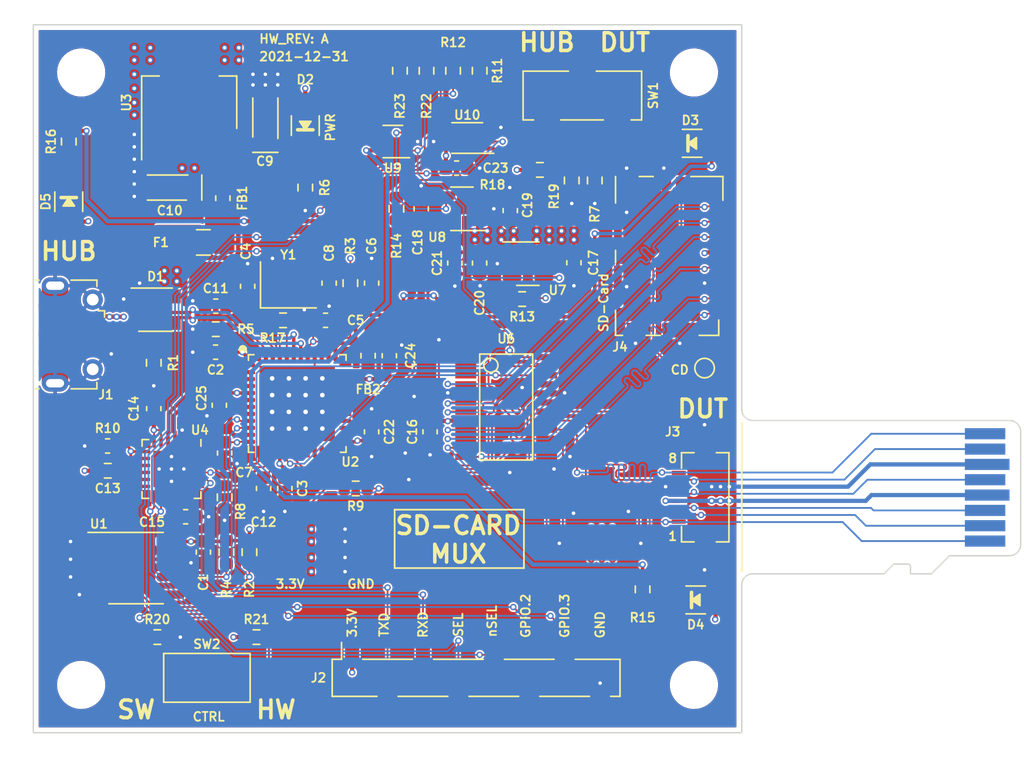
<source format=kicad_pcb>
(kicad_pcb (version 20211014) (generator pcbnew)
  (layers (0 "F.Cu" signal) (1 "In1.Cu" signal) (2 "In2.Cu" signal) (31 "B.Cu" signal) (34 "B.Paste" user) (35 "F.Paste" user) (36 "B.SilkS" user "B.Silkscreen") (37 "F.SilkS" user "F.Silkscreen") (38 "B.Mask" user) (39 "F.Mask" user) (44 "Edge.Cuts" user))
  (net 0 "")
  (net 1 "GND")
  (net 2 "+3V3")
  (net 3 "/USB_US_VBUS")
  (net 4 "Net-(C15-Pad1)")
  (net 5 "/HUB_VDD")
  (net 6 "/DUT_VDD")
  (net 7 "/SD_VDD")
  (net 8 "/USB_US_N")
  (net 9 "/USB_US_P")
  (net 10 "Net-(D2-Pad1)")
  (net 11 "Net-(D3-Pad1)")
  (net 12 "Net-(D3-Pad2)")
  (net 13 "Net-(D4-Pad1)")
  (net 14 "Net-(D5-Pad1)")
  (net 15 "Net-(FB2-Pad1)")
  (net 16 "Net-(J1-Pad4)")
  (net 17 "/TXD")
  (net 18 "/RXD")
  (net 19 "/DUT_DAT2")
  (net 20 "/DUT_DAT3")
  (net 21 "/DUT_CMD")
  (net 22 "/DUT_CLK")
  (net 23 "/DUT_DAT0")
  (net 24 "/DUT_DAT1")
  (net 25 "Net-(R5-Pad1)")
  (net 26 "/HUB_WP")
  (net 27 "/HUB_CD")
  (net 28 "Net-(R10-Pad2)")
  (net 29 "Net-(R13-Pad1)")
  (net 30 "Net-(R14-Pad1)")
  (net 31 "Net-(R15-Pad2)")
  (net 32 "Net-(R16-Pad1)")
  (net 33 "Net-(J4-Pad9)")
  (net 34 "/USB_DS_UART_N")
  (net 35 "/USB_DS_UART_P")
  (net 42 "/HUB_DAT1")
  (net 43 "/HUB_DAT0")
  (net 46 "/HUB_CLK")
  (net 49 "/HUB_CMD")
  (net 56 "/HUB_DAT3")
  (net 57 "/HUB_DAT2")
  (net 69 "/SD_DAT2")
  (net 70 "/SD_DAT3")
  (net 71 "/SD_CMD")
  (net 72 "/SD_CLK")
  (net 73 "/SD_DAT0")
  (net 74 "/SD_DAT1")
  (net 75 "/OSCI")
  (net 76 "/USB_RESET")
  (net 77 "/OSCO")
  (net 78 "/PLLFILT")
  (net 79 "/CRFILT")
  (net 80 "/USB_SDA")
  (net 81 "/USB_SCL")
  (net 82 "/GPIO2")
  (net 83 "/USB_VBUS_IN")
  (net 84 "/SEL_SOFTWARE")
  (net 85 "Net-(R18-Pad2)")
  (net 86 "Net-(R19-Pad2)")
  (net 87 "Net-(R20-Pad2)")
  (net 88 "Net-(R21-Pad2)")
  (net 89 "/nSEL_SOFTWARE")
  (net 90 "/SEL_SWITCH")
  (net 91 "/A")
  (net 92 "/SEL_R")
  (net 93 "/SEL_MUX")
  (net 94 "/nSEL_R")
  (net 95 "/nSEL_MUX")
  (net 96 "/GPIO3")
  (footprint "Package_TO_SOT_SMD:SOT-143" (layer "F.Cu") (at 130.683 90.297)
    (fp_text reference "D1")
    (fp_text value "SP0503BAHTG")
  )
  (footprint "Package_DFN_QFN:QFN-24-1EP_4x4mm_P0.5mm_EP2.6x2.6mm" (layer "F.Cu") (at 131.826 101.727 -90)
    (fp_text reference "U4")
    (fp_text value "CP2102N-A02-GQFN24R ")
  )
  (footprint "Capacitor_SMD:C_0603_1608Metric" (layer "F.Cu") (at 137.287 88.618 -90)
    (fp_text reference "C4")
    (fp_text value "30pF")
  )
  (footprint "Resistor_SMD:R_0603_1608Metric" (layer "F.Cu") (at 127.254 101.854)
    (fp_text reference "R10")
    (fp_text value "4.7K")
  )
  (footprint "Connector_PinSocket_2.54mm:PinSocket_1x08_P2.54mm_Vertical_SMD_Pin1Right" (layer "F.Cu") (at 153.67 116.714 90)
    (fp_text reference "J2")
    (fp_text value "NPTC081KFXC-RC")
  )
  (footprint "Resistor_SMD:R_0603_1608Metric" (layer "F.Cu") (at 124.46 78.232 -90)
    (fp_text reference "R16")
    (fp_text value "261")
  )
  (footprint "Package_TO_SOT_SMD:SOT-23-5" (layer "F.Cu") (at 152.654 83.058 180)
    (fp_text reference "U8")
    (fp_text value "TPS2051B")
  )
  (footprint "Inductor_SMD:L_0603_1608Metric" (layer "F.Cu") (at 135.509 82.296 90)
    (fp_text reference "FB1")
    (fp_text value "‎NFZ18SM121SN10D‎")
  )
  (footprint "sd-card-mux:test_point_RCSCTE" (layer "F.Cu") (at 145.542 107.569 90)
    (fp_text reference "TP5" hide)
    (fp_text value "TestPoint")
  )
  (footprint "sd-card-mux:Fuse_1206_3216Metric_Castellated" (layer "F.Cu") (at 134.112 85.471 180)
    (fp_text reference "F1")
    (fp_text value "500mA")
  )
  (footprint "Package_TO_SOT_SMD:SOT-223-3_TabPin2" (layer "F.Cu") (at 133.096 75.438 90)
    (fp_text reference "U3")
    (fp_text value "AZ1117IH-3.3TRG1")
  )
  (footprint "TestPoint:TestPoint_Pad_D1.0mm" (layer "F.Cu") (at 170.053 94.488)
    (fp_text reference "TP3" hide)
    (fp_text value "TestPoint")
  )
  (footprint "sd-card-mux:LED_1206_3216Metric_Castellated" (layer "F.Cu") (at 169.418 111.125)
    (fp_text reference "D4")
    (fp_text value "LED")
  )
  (footprint "MountingHole:MountingHole_3.2mm_M3" (layer "F.Cu") (at 125.349 73.279)
    (fp_text reference "H2" hide)
    (fp_text value "MountingHole")
  )
  (footprint "Capacitor_SMD:C_0603_1608Metric" (layer "F.Cu") (at 130.556 97.396 90)
    (fp_text reference "C14")
    (fp_text value "0.1uF")
  )
  (footprint "sd-card-mux:LED_1206_3216Metric_Castellated" (layer "F.Cu") (at 124.46 82.55 -90)
    (fp_text reference "D5")
    (fp_text value "LED")
  )
  (footprint "Capacitor_SMD:C_0603_1608Metric" (layer "F.Cu") (at 153.92 86.95 -90)
    (fp_text reference "C20")
    (fp_text value "4.7uF")
  )
  (footprint "Resistor_SMD:R_0603_1608Metric" (layer "F.Cu") (at 137.414 107.696 -90)
    (fp_text reference "R2")
    (fp_text value "4.7K")
  )
  (footprint "Capacitor_SMD:C_0603_1608Metric" (layer "F.Cu") (at 152.146 86.95 90)
    (fp_text reference "C21")
    (fp_text value "0.1uF")
  )
  (footprint "Inductor_SMD:L_0603_1608Metric" (layer "F.Cu") (at 145.923 93.599 90)
    (fp_text reference "FB2")
    (fp_text value "‎NFZ18SM121SN10D‎")
  )
  (footprint "Resistor_SMD:R_0603_1608Metric" (layer "F.Cu") (at 160.528 81.026 90)
    (fp_text reference "R19")
    (fp_text value "499")
  )
  (footprint "sd-card-mux:LED_1206_3216Metric_Castellated" (layer "F.Cu") (at 169.164 78.359)
    (fp_text reference "D3")
    (fp_text value "LED")
  )
  (footprint "Capacitor_SMD:C_0603_1608Metric" (layer "F.Cu") (at 143.129 88.392 -90)
    (fp_text reference "C8")
    (fp_text value "30pF")
  )
  (footprint "sd-card-mux:VQFN-48" (layer "F.Cu") (at 140.843 97.028)
    (fp_text reference "U2")
    (fp_text value "USB2640")
  )
  (footprint "Resistor_SMD:R_0603_1608Metric" (layer "F.Cu") (at 150.114 73.152 -90)
    (fp_text reference "R22")
    (fp_text value "DNP")
  )
  (footprint "sd-card-mux:test_point_RCSCTE" (layer "F.Cu") (at 140.589 107.569 90)
    (fp_text reference "TP4" hide)
    (fp_text value "TestPoint")
  )
  (footprint "Resistor_SMD:R_0603_1608Metric" (layer "F.Cu") (at 145.034 103.124)
    (fp_text reference "R9")
    (fp_text value "0R0")
  )
  (footprint "sd-card-mux:CP_EIA-3216-18_Kemet-A" (layer "F.Cu") (at 131.699 81.534 180)
    (fp_text reference "C10")
    (fp_text value "10uF")
  )
  (footprint "Resistor_SMD:R_0603_1608Metric" (layer "F.Cu") (at 152.019 73.152 -90)
    (fp_text reference "R12")
    (fp_text value "0R0")
  )
  (footprint "sd-card-mux:Wurth_FPC_687108183722" (layer "F.Cu") (at 168.200995 103.759 90)
    (fp_text reference "J3")
    (fp_text value "687108183722")
  )
  (footprint "sd-card-mux:CK_Switch_JS102011SCQN" (layer "F.Cu") (at 161.29 74.93)
    (fp_text reference "SW1")
    (fp_text value "JS102011SCQN" hide)
  )
  (footprint "Resistor_SMD:R_0603_1608Metric" (layer "F.Cu") (at 156.972 89.535)
    (fp_text reference "R13")
    (fp_text value "10K")
  )
  (footprint "Capacitor_SMD:C_0603_1608Metric" (layer "F.Cu") (at 135.255 97.155 -90)
    (fp_text reference "C25")
    (fp_text value "0.1uF")
  )
  (footprint "Resistor_SMD:R_0603_1608Metric" (layer "F.Cu") (at 137.922 113.792)
    (fp_text reference "R21")
    (fp_text value "4.7K")
  )
  (footprint "Capacitor_SMD:C_0603_1608Metric" (layer "F.Cu") (at 146.177 99.06 90)
    (fp_text reference "C22")
    (fp_text value "0.1uF")
  )
  (footprint "sd-card-mux:USB_Micro-B_Molex-105017-0001" (layer "F.Cu") (at 124.714 92.075 -90)
    (fp_text reference "J1")
    (fp_text value "1050170001")
  )
  (footprint "Package_SO:SOIC-8_3.9x4.9mm_P1.27mm" (layer "F.Cu") (at 129.286 108.839)
    (fp_text reference "U1")
    (fp_text value "AT24CS02-SSHM")
  )
  (footprint "Capacitor_SMD:C_0603_1608Metric" (layer "F.Cu") (at 132.842 105.156)
    (fp_text reference "C15")
    (fp_text value "4.7uF")
  )
  (footprint "Capacitor_SMD:C_0603_1608Metric" (layer "F.Cu") (at 142.875 91.059)
    (fp_text reference "C5")
    (fp_text value "0.1uF")
  )
  (footprint "Resistor_SMD:R_0603_1608Metric" (layer "F.Cu") (at 135.001 91.694 180)
    (fp_text reference "R5")
    (fp_text value "12K")
  )
  (footprint "Capacitor_SMD:C_0603_1608Metric" (layer "F.Cu") (at 152.273 80.137)
    (fp_text reference "C23")
    (fp_text value "0.1uF")
  )
  (footprint "Resistor_SMD:R_0603_1608Metric" (layer "F.Cu") (at 148.209 73.152 -90)
    (fp_text reference "R23")
    (fp_text value "0R0")
  )
  (footprint "sd-card-mux:micro-sd" (layer "F.Cu") (at 171.069 86.741 90)
    (fp_text reference "J4")
    (fp_text value "Micro-SD")
  )
  (footprint "Package_TO_SOT_SMD:SOT-353_SC-70-5" (layer "F.Cu") (at 147.701 78.232 180)
    (fp_text reference "U9")
    (fp_text value "DMN32D2LDF")
  )
  (footprint "Crystal:Crystal_SMD_Abracon_ABM8G-4Pin_3.2x2.5mm" (layer "F.Cu") (at 140.208 88.519)
    (fp_text reference "Y1")
    (fp_text value "ECS-240-20-33-TR3")
  )
  (footprint "Resistor_SMD:R_0603_1608Metric" (layer "F.Cu") (at 158.242 80.264)
    (fp_text reference "R18")
    (fp_text value "4.7K")
  )
  (footprint "Capacitor_SMD:C_0603_1608Metric" (layer "F.Cu") (at 138.43 103.124 -90)
    (fp_text reference "C12")
    (fp_text value "1uF")
  )
  (footprint "Resistor_SMD:R_0603_1608Metric" (layer "F.Cu") (at 130.556 94.107 90)
    (fp_text reference "R1")
    (fp_text value "DNP")
  )
  (footprint "sd-card-mux:TI_PW" (layer "F.Cu") (at 155.829 97.282 -90)
    (fp_text reference "U6")
    (fp_text value "TS3A27518E")
  )
  (footprint "Resistor_SMD:R_0603_1608Metric" (layer "F.Cu") (at 139.827 91.059)
    (fp_text reference "R17")
    (fp_text value "1M")
  )
  (footprint "Resistor_SMD:R_0603_1608Metric" (layer "F.Cu") (at 162.179 81.026 -90)
    (fp_text reference "R7")
    (fp_text value "261")
  )
  (footprint "Capacitor_SMD:C_0603_1608Metric" (layer "F.Cu") (at 134.988 93.345 180)
    (fp_text reference "C2")
    (fp_text value "4.7uF")
  )
  (footprint "MountingHole:MountingHole_3.2mm_M3" (layer "F.Cu") (at 125.349 117.221)
    (fp_text reference "H3" hide)
    (fp_text value "MountingHole")
  )
  (footprint "MountingHole:MountingHole_3.2mm_M3" (layer "F.Cu") (at 169.291 117.221)
    (fp_text reference "H1" hide)
    (fp_text value "MountingHole")
  )
  (footprint "Resistor_SMD:R_0603_1608Metric" (layer "F.Cu") (at 135.763 107.696 -90)
    (fp_text reference "R4")
    (fp_text value "4.7K")
  )
  (footprint "Resistor_SMD:R_0603_1608Metric" (layer "F.Cu") (at 135.636 103.759 -90)
    (fp_text reference "R8")
    (fp_text value "0R0")
  )
  (footprint "Resistor_SMD:R_0603_1608Metric" (layer "F.Cu") (at 165.608 110.363 90)
    (fp_text reference "R15")
    (fp_text value "261")
  )
  (footprint "Resistor_SMD:R_0603_1608Metric" (layer "F.Cu") (at 130.81 113.792 180)
    (fp_text reference "R20")
    (fp_text value "499")
  )
  (footprint "Capacitor_SMD:C_0603_1608Metric" (layer "F.Cu") (at 139.954 103.124 -90)
    (fp_text reference "C3")
    (fp_text value "4.7uF")
  )
  (footprint "Resistor_SMD:R_0603_1608Metric" (layer "F.Cu") (at 147.955 83.058 -90)
    (fp_text reference "R14")
    (fp_text value "10K")
  )
  (footprint "Package_TO_SOT_SMD:SOT-23-5" (layer "F.Cu") (at 157.382 86.995)
    (fp_text reference "U7")
    (fp_text value "TPS2051B")
  )
  (footprint "sd-card-mux:CP_EIA-3216-18_Kemet-A" (layer "F.Cu") (at 138.557 76.708 90)
    (fp_text reference "C9")
    (fp_text value "10uF")
  )
  (footprint "sd-card-mux:LED_1206_3216Metric_Castellated" (layer "F.Cu") (at 141.42 77.089 90)
    (fp_text reference "D2")
    (fp_text value "LED")
  )
  (footprint "Resistor_SMD:R_0603_1608Metric" (layer "F.Cu") (at 153.924 73.152 -90)
    (fp_text reference "R11")
    (fp_text value "DNP")
  )
  (footprint "Capacitor_SMD:C_0603_1608Metric" (layer "F.Cu") (at 149.733 83.058 90)
    (fp_text reference "C18")
    (fp_text value "4.7uF")
  )
  (footprint "Capacitor_SMD:C_0603_1608Metric" (layer "F.Cu") (at 135.001 90.043 180)
    (fp_text reference "C11")
    (fp_text value "1uF")
  )
  (footprint "Capacitor_SMD:C_0603_1608Metric" (layer "F.Cu") (at 135.636 100.584 -90)
    (fp_text reference "C7")
    (fp_text value "0.1uF")
  )
  (footprint "Capacitor_SMD:C_0603_1608Metric" (layer "F.Cu") (at 146.177 88.392 -90)
    (fp_text reference "C6")
    (fp_text value "0.1uF")
  )
  (footprint "Capacitor_SMD:C_0603_1608Metric" (layer "F.Cu") (at 127.241 100.076 180)
    (fp_text reference "C13")
    (fp_text value "4.7uF")
  )
  (footprint "Capacitor_SMD:C_0603_1608Metric" (layer "F.Cu") (at 134.112 107.696 90)
    (fp_text reference "C1")
    (fp_text value "0.1uF")
  )
  (footprint "Capacitor_SMD:C_0603_1608Metric" (layer "F.Cu") (at 150.368 99.06 90)
    (fp_text reference "C16")
    (fp_text value "0.1uF")
  )
  (footprint "Resistor_SMD:R_0603_1608Metric" (layer "F.Cu") (at 144.653 88.392 90)
    (fp_text reference "R3")
    (fp_text value "10K")
  )
  (footprint "Capacitor_SMD:C_0603_1608Metric" (layer "F.Cu") (at 156.12 83.185 90)
    (fp_text reference "C19")
    (fp_text value "4.7uF")
  )
  (footprint "Resistor_SMD:R_0603_1608Metric" (layer "F.Cu") (at 141.42 81.534 -90)
    (fp_text reference "R6")
    (fp_text value "261")
  )
  (footprint "sd-card-mux:CUI_DEVICES_DS04-254-2-01BK-SMT" (layer "F.Cu") (at 134.366 116.713 -90)
    (fp_text reference "SW2")
    (fp_text value "DS04-254-2-01BK-SMT" hide)
  )
  (footprint "MountingHole:MountingHole_3.2mm_M3" (layer "F.Cu") (at 169.291 73.279)
    (fp_text reference "H4" hide)
    (fp_text value "MountingHole")
  )
  (footprint "Capacitor_SMD:C_0603_1608Metric" (layer "F.Cu") (at 147.447 93.599 90)
    (fp_text reference "C24")
    (fp_text value "0.1uF")
  )
  (footprint "Package_SO:VSSOP-8_2.3x2mm_P0.5mm" (layer "F.Cu") (at 153.035 77.978 180)
    (fp_text reference "U10")
    (fp_text value "SN74LVC2G157")
  )
  (footprint "Capacitor_SMD:C_0603_1608Metric" (layer "F.Cu") (at 160.684 86.93 -90)
    (fp_text reference "C17")
    (fp_text value "4.7uF")
  )
  (footprint "sd-card-mux:micro-sd-contacts" (layer "B.Cu") (at 192.72 103.05 90)
    (fp_text reference "J5" hide)
    (fp_text value "Conn_01x08_Male")
  )
  (gr_line (start 157.099 108.839) (end 147.828 108.839) (layer "F.SilkS") (width 0.127))
  (gr_line (start 147.828 104.648) (end 157.099 104.648) (layer "F.SilkS") (width 0.127))
  (gr_line (start 147.828 108.839) (end 147.828 104.648) (layer "F.SilkS") (width 0.127))
  (gr_line (start 172.72 98.425) (end 172.72 109.093) (layer "F.SilkS") (width 0.127))
  (gr_line (start 157.099 104.648) (end 157.099 108.839) (layer "F.SilkS") (width 0.127))
  (gr_line (start 172.72 69.85) (end 121.92 69.85) (layer "Edge.Cuts") (width 0.1))
  (gr_line (start 184.82 108.75) (end 184.82 109.25) (layer "Edge.Cuts") (width 0.1))
  (gr_arc (start 191.92 98.25) (mid 192.485685 98.484315) (end 192.72 99.05) (layer "Edge.Cuts") (width 0.1))
  (gr_line (start 172.72 120.65) (end 172.72 110.05) (layer "Edge.Cuts") (width 0.1))
  (gr_line (start 173.52 109.25) (end 182.92 109.25) (layer "Edge.Cuts") (width 0.1))
  (gr_arc (start 192.72 107.15) (mid 192.485685 107.715685) (end 191.92 107.95) (layer "Edge.Cuts") (width 0.1))
  (gr_line (start 192.72 107.15) (end 192.72 99.05) (layer "Edge.Cuts") (width 0.1))
  (gr_arc (start 184.62 108.55) (mid 184.761421 108.608579) (end 184.82 108.75) (layer "Edge.Cuts") (width 0.1))
  (gr_line (start 121.92 69.85) (end 121.92 120.65) (layer "Edge.Cuts") (width 0.1))
  (gr_line (start 186.32 109.25) (end 187.62 107.95) (layer "Edge.Cuts") (width 0.1))
  (gr_line (start 191.92 98.25) (end 173.52 98.25) (layer "Edge.Cuts") (width 0.1))
  (gr_line (start 172.72 120.65) (end 121.92 120.65) (layer "Edge.Cuts") (width 0.1))
  (gr_arc (start 173.52 98.25) (mid 172.954315 98.015685) (end 172.72 97.45) (layer "Edge.Cuts") (width 0.1))
  (gr_line (start 191.92 107.95) (end 187.62 107.95) (layer "Edge.Cuts") (width 0.1))
  (gr_line (start 184.82 109.25) (end 186.32 109.25) (layer "Edge.Cuts") (width 0.1))
  (gr_arc (start 172.72 110.05) (mid 172.954315 109.484315) (end 173.52 109.25) (layer "Edge.Cuts") (width 0.1))
  (gr_line (start 172.72 97.155) (end 172.72 69.85) (layer "Edge.Cuts") (width 0.1))
  (gr_line (start 183.62 108.55) (end 184.62 108.55) (layer "Edge.Cuts") (width 0.1))
  (gr_line (start 183.62 108.55) (end 182.92 109.25) (layer "Edge.Cuts") (width 0.1))
  (gr_line (start 172.72 97.45) (end 172.72 97.155) (layer "Edge.Cuts") (width 0.1))
  (gr_text "1" (at 167.767 106.553012) (layer "F.SilkS") (effects (font (size 0.635 0.635) (thickness 0.127))))
  (gr_text "CTRL" (at 134.493 119.507) (layer "F.SilkS") (effects (font (size 0.635 0.635) (thickness 0.127))))
  (gr_text "TXD" (at 147.066 112.903 90) (layer "F.SilkS") (effects (font (size 0.635 0.635) (thickness 0.127))))
  (gr_text "GND" (at 162.56 112.903 90) (layer "F.SilkS") (effects (font (size 0.635 0.635) (thickness 0.127))))
  (gr_text "HUB" (at 124.46 86.106) (layer "F.SilkS") (effects (font (size 1.27 1.27) (thickness 0.254))))
  (gr_text "GND" (at 145.415 109.982) (layer "F.SilkS") (effects (font (size 0.635 0.635) (thickness 0.127))))
  (gr_text "CD" (at 168.275 94.615) (layer "F.SilkS") (effects (font (size 0.635 0.635) (thickness 0.127))))
  (gr_text "RXD" (at 149.86 112.903 90) (layer "F.SilkS") (effects (font (size 0.635 0.635) (thickness 0.127))))
  (gr_text "8" (at 167.767 100.965012) (layer "F.SilkS") (effects (font (size 0.635 0.635) (thickness 0.127))))
  (gr_text "HW_REV: A" (at 138.049 70.866) (layer "F.SilkS") (effects (font (size 0.635 0.635) (thickness 0.127)) (justify left)))
  (gr_text "SEL" (at 152.4 112.903 90) (layer "F.SilkS") (effects (font (size 0.635 0.635) (thickness 0.127))))
  (gr_text "2021-12-31" (at 138.049 72.136) (layer "F.SilkS") (effects (font (size 0.635 0.635) (thickness 0.127)) (justify left)))
  (gr_text "GPIO.2" (at 157.226 112.268 90) (layer "F.SilkS") (effects (font (size 0.635 0.635) (thickness 0.127))))
  (gr_text "3.3V" (at 144.78 112.776 90) (layer "F.SilkS") (effects (font (size 0.635 0.635) (thickness 0.127))))
  (gr_text "SD-Card" (at 162.814 89.789 90) (layer "F.SilkS") (effects (font (size 0.635 0.635) (thickness 0.127))))
  (gr_text "HUB" (at 158.75 71.12) (layer "F.SilkS") (effects (font (size 1.27 1.27) (thickness 0.254))))
  (gr_text "SW" (at 129.286 118.999) (layer "F.SilkS") (effects (font (size 1.27 1.27) (thickness 0.254))))
  (gr_text "GPIO.3" (at 160.02 112.268 90) (layer "F.SilkS") (effects (font (size 0.635 0.635) (thickness 0.127))))
  (gr_text "HW" (at 139.319 118.999) (layer "F.SilkS") (effects (font (size 1.27 1.27) (thickness 0.254))))
  (gr_text "SD-CARD\nMUX" (at 152.4 106.807) (layer "F.SilkS") (effects (font (size 1.27 1.27) (thickness 0.254))))
  (gr_text "nSEL" (at 154.813 112.649 90) (layer "F.SilkS") (effects (font (size 0.635 0.635) (thickness 0.127))))
  (gr_text "DUT" (at 164.338 71.12) (layer "F.SilkS") (effects (font (size 1.27 1.27) (thickness 0.254))))
  (gr_text "3.3V" (at 140.335 109.982) (layer "F.SilkS") (effects (font (size 0.635 0.635) (thickness 0.127))))
  (gr_text "PWR" (at 143.22 77.216 90) (layer "F.SilkS") (effects (font (size 0.635 0.635) (thickness 0.127))))
  (gr_text "DUT" (at 169.926 97.409) (layer "F.SilkS") (effects (font (size 1.27 1.27) (thickness 0.254))))
  (segment (start 150.368 99.835) (end 150.368 100.711) (width 0.3048) (layer "F.Cu") (net 1))
  (segment (start 170.057971 88.387012) (end 170.052995 88.391988) (width 0.3048) (layer "F.Cu") (net 1))
  (segment (start 152.929 96.307) (end 151.679 96.307) (width 0.3048) (layer "F.Cu") (net 1))
  (segment (start 142.093 93.578) (end 142.093 95.778) (width 0.127) (layer "F.Cu") (net 1))
  (segment (start 163.83 83.312) (end 164.465 83.312) (width 0.3048) (layer "F.Cu") (net 1))
  (segment (start 148.323 92.824) (end 148.336 92.837) (width 0.127) (layer "F.Cu") (net 1))
  (segment (start 148.651 78.232) (end 149.479 78.232) (width 0.2413) (layer "F.Cu") (net 1))
  (segment (start 164.476005 81.127012) (end 164.476005 80.148005) (width 0.3048) (layer "F.Cu") (net 1))
  (segment (start 139.954 103.899) (end 139.954 104.775) (width 0.254) (layer "F.Cu") (net 1))
  (segment (start 151.679 96.307) (end 151.638 96.266) (width 0.3048) (layer "F.Cu") (net 1))
  (segment (start 135.255 97.93) (end 134.379 97.93) (width 0.254) (layer "F.Cu") (net 1))
  (segment (start 150.626 78.228) (end 150.622 78.232) (width 0.2413) (layer "F.Cu") (net 1))
  (segment (start 146.177 87.617) (end 146.177 86.614) (width 0.127) (layer "F.Cu") (net 1))
  (segment (start 139.108 87.669) (end 139.108 86.657) (width 0.3048) (layer "F.Cu") (net 1))
  (segment (start 136.512 101.359) (end 136.525 101.346) (width 0.127) (layer "F.Cu") (net 1))
  (segment (start 147.447 92.824) (end 148.323 92.824) (width 0.127) (layer "F.Cu") (net 1))
  (segment (start 159.979 96.307) (end 160.02 96.266) (width 0.3048) (layer "F.Cu") (net 1))
  (segment (start 163.801005 83.340995) (end 163.83 83.312) (width 0.3048) (layer "F.Cu") (net 1))
  (segment (start 171.036005 88.387012) (end 170.057971 88.387012) (width 0.3048) (layer "F.Cu") (net 1))
  (segment (start 170.057995 88.386988) (end 170.052995 88.391988) (width 0.127) (layer "F.Cu") (net 1))
  (segment (start 168.231005 91.762012) (end 168.275 91.806007) (width 0.3048) (layer "F.Cu") (net 1))
  (segment (start 143.65 90.183) (end 143.51 90.043) (width 0.2413) (layer "F.Cu") (net 1))
  (segment (start 130.556 95.758) (end 130.556 95.058992) (width 0.3048) (layer "F.Cu") (net 1))
  (segment (start 134.112 108.471) (end 133.236 108.471) (width 0.254) (layer "F.Cu") (net 1))
  (segment (start 126.176507 93.374997) (end 127.410997 93.374997) (width 0.3048) (layer "F.Cu") (net 1))
  (segment (start 141.357592 95.778) (end 140.843 96.292592) (width 0.127) (layer "F.Cu") (net 1))
  (segment (start 162.179 81.851) (end 162.179 82.677) (width 0.2413) (layer "F.Cu") (net 1))
  (segment (start 132.576 98.945) (end 132.588 98.933) (width 0.127) (layer "F.Cu") (net 1))
  (segment (start 129.583 88.435) (end 129.54 88.392) (width 0.127) (layer "F.Cu") (net 1))
  (segment (start 132.576 99.7895) (end 132.576 98.945) (width 0.127) (layer "F.Cu") (net 1))
  (segment (start 140.843 96.292592) (end 140.843 97.028) (width 0.127) (layer "F.Cu") (net 1))
  (segment (start 154.585 77.228) (end 155.436 77.228) (width 0.2413) (layer "F.Cu") (net 1))
  (segment (start 158.729 96.307) (end 159.979 96.307) (width 0.3048) (layer "F.Cu") (net 1))
  (segment (start 162.56 118.364) (end 162.56 117.094) (width 0.2413) (layer "F.Cu") (net 1))
  (segment (start 165.046005 91.762012) (end 165.1 91.816007) (width 0.3048) (layer "F.Cu") (net 1))
  (segment (start 170.053 107.831995) (end 170.053 108.966012) (width 0.3048) (layer "F.Cu") (net 1))
  (segment (start 132.969 108.204) (end 133.223 108.458) (width 0.254) (layer "F.Cu") (net 1))
  (segment (start 170.100995 99.734) (end 170.053 99.686005) (width 0.3048) (layer "F.Cu") (net 1))
  (segment (start 141.308 89.369) (end 141.308 90.254) (width 0.2413) (layer "F.Cu") (net 1))
  (segment (start 168.275 91.806007) (end 168.275 92.71) (width 0.3048) (layer "F.Cu") (net 1))
  (segment (start 168.200995 103.009) (end 167.270988 103.009) (width 0.3048) (layer "F.Cu") (net 1))
  (segment (start 141.42 82.359) (end 141.42 83.185) (width 0.254) (layer "F.Cu") (net 1))
  (segment (start 137.287 86.995) (end 137.287 87.843) (width 0.3048) (layer "F.Cu") (net 1))
  (segment (start 134.213 93.345) (end 133.35 93.345) (width 0.254) (layer "F.Cu") (net 1))
  (segment (start 146.177 98.285) (end 146.177 97.409) (width 0.254) (layer "F.Cu") (net 1))
  (segment (start 164.476 80.148) (end 164.465 80.137) (width 0.127) (layer "F.Cu") (net 1))
  (segment (start 152.146 87.725) (end 152.146 88.601) (width 0.3048) (layer "F.Cu") (net 1))
  (segment (start 124.587 106.934) (end 126.175999 106.934) (width 0.127) (layer "F.Cu") (net 1))
  (segment (start 134.379 97.93) (end 134.366 97.917) (width 0.254) (layer "F.Cu") (net 1))
  (segment (start 165.1 91.816007) (end 165.1 92.71) (width 0.3048) (layer "F.Cu") (net 1))
  (segment (start 135.636 101.359) (end 136.512 101.359) (width 0.127) (layer "F.Cu") (net 1))
  (segment (start 130.556 96.62099) (end 130.556 95.758) (width 0.3048) (layer "F.Cu") (net 1))
  (segment (start 131.635 113.792) (end 132.461 113.792) (width 0.2413) (layer "F.Cu") (net 1))
  (segment (start 131.761 108.204) (end 132.969 108.204) (width 0.254) (layer "F.Cu") (net 1))
  (segment (start 167.270988 103.009) (end 167.259 102.997012) (width 0.3048) (layer "F.Cu") (net 1))
  (segment (start 167.132 81.081017) (end 167.132 80.137) (width 0.3048) (layer "F.Cu") (net 1))
  (segment (start 135.636 104.584) (end 135.636 105.41) (width 0.254) (layer "F.Cu") (net 1))
  (segment (start 134.176 91.694) (end 133.35 91.694) (width 0.254) (layer "F.Cu") (net 1))
  (segment (start 126.46599 100.076) (end 125.603 100.076) (width 0.3048) (layer "F.Cu") (net 1))
  (segment (start 139.108 86.657) (end 139.065 86.614) (width 0.3048) (layer "F.Cu") (net 1))
  (segment (start 133.236 108.471) (end 133.223 108.458) (width 0.254) (layer "F.Cu") (net 1))
  (segment (start 156.12 82.41) (end 156.12 81.571) (width 0.2413) (layer "F.Cu") (net 1))
  (segment (start 153.953 87.705) (end 153.953 88.581) (width 0.3048) (layer "F.Cu") (net 1))
  (segment (start 149.733 82.283) (end 149.733 81.407) (width 0.2413) (layer "F.Cu") (net 1))
  (segment (start 143.65 91.059) (end 143.65 90.183) (width 0.2413) (layer "F.Cu") (net 1))
  (segment (start 128.405 89.527) (end 128.397 89.535) (width 0.254) (layer "F.Cu") (net 1))
  (segment (start 163.894 88.646) (end 164.465 88.646) (width 0.2413) (layer "F.Cu") (net 1))
  (segment (start 138.43 103.899) (end 138.43 104.775) (width 0.254) (layer "F.Cu") (net 1))
  (segment (start 167.086005 81.127012) (end 167.132 81.081017) (width 0.3048) (layer "F.Cu") (net 1))
  (segment (start 155.436 77.228) (end 155.448 77.216) (width 0.2413) (layer "F.Cu") (net 1))
  (segment (start 127.411 93.375) (end 127.508 93.472) (width 0.127) (layer "F.Cu") (net 1))
  (segment (start 151.485 78.228) (end 150.626 78.228) (width 0.2413) (layer "F.Cu") (net 1))
  (segment (start 153.048 80.137) (end 153.924 80.137) (width 0.2413) (layer "F.Cu") (net 1))
  (segment (start 163.801005 84.392012) (end 163.801005 83.340995) (width 0.3048) (layer "F.Cu") (net 1))
  (segment (start 153.7915 83.058) (end 154.94 83.058) (width 0.2413) (layer "F.Cu") (net 1))
  (segment (start 129.583002 89.526999) (end 129.583002 88.435002) (width 0.254) (layer "F.Cu") (net 1))
  (segment (start 164.476005 80.148005) (end 164.465 80.137) (width 0.3048) (layer "F.Cu") (net 1))
  (segment (start 170.053 99.686005) (end 170.053 98.552012) (width 0.3048) (layer "F.Cu") (net 1))
  (segment (start 160.528 81.851) (end 160.528 82.677) (width 0.2413) (layer "F.Cu") (net 1))
  (segment (start 142.093 95.778) (end 141.357592 95.778) (width 0.127) (layer "F.Cu") (net 1))
  (segment (start 129.583 89.527) (end 128.405 89.527) (width 0.254) (layer "F.Cu") (net 1))
  (segment (start 160.684 87.705) (end 160.684 88.581) (width 0.2413) (layer "F.Cu") (net 1))
  (segment (start 124.587 108.204) (end 126.175999 108.204) (width 0.127) (layer "F.Cu") (net 1))
  (segment (start 126.811 110.744) (end 125.222 110.744) (width 0.254) (layer "F.Cu") (net 1))
  (segment (start 143.51 90.043) (end 143.129 90.043) (width 0.2413) (layer "F.Cu") (net 1))
  (segment (start 156.12 81.571) (end 156.083 81.534) (width 0.2413) (layer "F.Cu") (net 1))
  (segment (start 141.308 90.254) (end 141.351 90.297) (width 0.2413) (layer "F.Cu") (net 1))
  (segment (start 124.587 109.474) (end 126.175999 109.474) (width 0.127) (layer "F.Cu") (net 1))
  (segment (start 143.129 89.167) (end 143.129 90.043) (width 0.2413) (layer "F.Cu") (net 1))
  (segment (start 133.617 105.156) (end 134.493 105.156) (width 0.254) (layer "F.Cu") (net 1))
  (segment (start 170.100995 107.784) (end 170.053 107.831995) (width 0.3048) (layer "F.Cu") (net 1))
  (via (at 138.557 74.168) (size 0.4572) (drill 0.254) (layers "F.Cu" "B.Cu") (net 1))
  (via (at 124.587 109.474) (size 0.4572) (drill 0.254) (layers "F.Cu" "B.Cu") (net 1))
  (via (at 138.557 73.406) (size 0.4572) (drill 0.254) (layers "F.Cu" "B.Cu") (net 1))
  (via (at 159.258 101.727) (size 0.4572) (drill 0.254) (layers "F.Cu" "B.Cu") (net 1))
  (via (at 139.065 86.614) (size 0.4572) (drill 0.254) (layers "F.Cu" "B.Cu") (net 1))
  (via (at 171.196 102.997) (size 0.4572) (drill 0.254) (layers "F.Cu" "B.Cu") (net 1))
  (via (at 133.35 89.662) (size 0.4572) (drill 0.254) (layers "F.Cu" "B.Cu") (net 1))
  (via (at 152.146 88.601) (size 0.4572) (drill 0.254) (layers "F.Cu" "B.Cu") (net 1))
  (via (at 131.826 102.616) (size 0.4572) (drill 0.254) (layers "F.Cu" "B.Cu") (net 1))
  (via (at 141.351 90.297) (size 0.4572) (drill 0.254) (layers "F.Cu" "B.Cu") (net 1))
  (via (at 154.94 83.058) (size 0.4572) (drill 0.254) (layers "F.Cu" "B.Cu") (net 1))
  (via (at 165.1 92.71) (size 0.4572) (drill 0.254) (layers "F.Cu" "B.Cu") (net 1))
  (via (at 129.54 88.392) (size 0.4572) (drill 0.254) (layers "F.Cu" "B.Cu") (net 1))
  (via (at 146.177 97.409) (size 0.4572) (drill 0.254) (layers "F.Cu" "B.Cu") (net 1))
  (via (at 160.02 96.266) (size 0.4572) (drill 0.254) (layers "F.Cu" "B.Cu") (net 1))
  (via (at 137.287 86.995) (size 0.4572) (drill 0.254) (layers "F.Cu" "B.Cu") (net 1))
  (via (at 134.366 97.917) (size 0.4572) (drill 0.254) (layers "F.Cu" "B.Cu") (net 1))
  (via (at 129.159 78.613) (size 0.4572) (drill 0.254) (layers "F.Cu" "B.Cu") (net 1))
  (via (at 139.446 74.168) (size 0.4572) (drill 0.254) (layers "F.Cu" "B.Cu") (net 1))
  (via (at 144.272 106.045) (size 0.4572) (drill 0.254) (layers "F.Cu" "B.Cu") (net 1))
  (via (at 129.159 81.28) (size 0.4572) (drill 0.254) (layers "F.Cu" "B.Cu") (net 1))
  (via (at 137.668 74.168) (size 0.4572) (drill 0.254) (layers "F.Cu" "B.Cu") (net 1))
  (via (at 149.225 96.52) (size 0.4572) (drill 0.254) (layers "F.Cu" "B.Cu") (net 1))
  (via (at 129.159 79.502) (size 0.4572) (drill 0.254) (layers "F.Cu" "B.Cu") (net 1))
  (via (at 124.587 108.204) (size 0.4572) (drill 0.254) (layers "F.Cu" "B.Cu") (net 1))
  (via (at 127.508 93.472) (size 0.4572) (drill 0.254) (layers "F.Cu" "B.Cu") (net 1))
  (via (at 156.972 95.885) (size 0.4572) (drill 0.254) (layers "F.Cu" "B.Cu") (net 1))
  (via (at 165.481 107.061) (size 0.4572) (drill 0.254) (layers "F.Cu" "B.Cu") (net 1))
  (via (at 125.222 110.744) (size 0.4572) (drill 0.254) (layers "F.Cu" "B.Cu") (net 1))
  (via (at 170.561 102.997) (size 0.4572) (drill 0.254) (layers "F.Cu" "B.Cu") (net 1))
  (via (at 141.42 83.185) (size 0.4572) (drill 0.254) (layers "F.Cu" "B.Cu") (net 1))
  (via (at 170.053 98.552012) (size 0.4572) (drill 0.254) (layers "F.Cu" "B.Cu") (net 1))
  (via (at 153.953 88.581) (size 0.4572) (drill 0.254) (layers "F.Cu" "B.Cu") (net 1))
  (via (at 156.083 81.534) (size 0.4572) (drill 0.254) (layers "F.Cu" "B.Cu") (net 1))
  (via (at 131.826 100.838) (size 0.4572) (drill 0.254) (layers "F.Cu" "B.Cu") (net 1))
  (via (at 155.448 77.216) (size 0.4572) (drill 0.254) (layers "F.Cu" "B.Cu") (net 1))
  (via (at 128.397 89.535) (size 0.4572) (drill 0.254) (layers "F.Cu" "B.Cu") (net 1))
  (via (at 131.826 101.727) (size 0.4572) (drill 0.254) (layers "F.Cu" "B.Cu") (net 1))
  (via (at 125.603 100.076) (size 0.4572) (drill 0.254) (layers "F.Cu" "B.Cu") (net 1))
  (via (at 155.194 86.995) (size 0.4572) (drill 0.254) (layers "F.Cu" "B.Cu") (net 1))
  (via (at 170.053 108.966012) (size 0.4572) (drill 0.254) (layers "F.Cu" "B.Cu") (net 1))
  (via (at 153.924 80.137) (size 0.4572) (drill 0.254) (layers "F.Cu" "B.Cu") (net 1))
  (via (at 143.129 90.043) (size 0.4572) (drill 0.254) (layers "F.Cu" "B.Cu") (net 1))
  (via (at 146.177 100.838) (size 0.4572) (drill 0.254) (layers "F.Cu" "B.Cu") (net 1))
  (via (at 132.461 113.792) (size 0.4572) (drill 0.254) (layers "F.Cu" "B.Cu") (net 1))
  (via (at 144.272 108.077) (size 0.4572) (drill 0.254) (layers "F.Cu" "B.Cu") (net 1))
  (via (at 149.733 81.407) (size 0.4572) (drill 0.254) (layers "F.Cu" "B.Cu") (net 1))
  (via (at 156.083 101.981) (size 0.4572) (drill 0.254) (layers "F.Cu" "B.Cu") (net 1))
  (via (at 149.479 78.232) (size 0.4572) (drill 0.254) (layers "F.Cu" "B.Cu") (net 1))
  (via (at 146.177 86.614) (size 0.4572) (drill 0.254) (layers "F.Cu" "B.Cu") (net 1))
  (via (at 167.259 102.997012) (size 0.4572) (drill 0.254) (layers "F.Cu" "B.Cu") (net 1))
  (via (at 130.937 101.727) (size 0.4572) (drill 0.254) (layers "F.Cu" "B.Cu") (net 1))
  (via (at 151.003 92.456) (size 0.4572) (drill 0.254) (layers "F.Cu" "B.Cu") (net 1))
  (via (at 139.954 104.775) (size 0.4572) (drill 0.254) (layers "F.Cu" "B.Cu") (net 1))
  (via (at 137.668 73.406) (size 0.4572) (drill 0.254) (layers "F.Cu" "B.Cu") (net 1))
  (via (at 160.528 82.677) (size 0.4572) (drill 0.254) (layers "F.Cu" "B.Cu") (net 1))
  (via (at 136.525 101.346) (size 0.4572) (drill 0.254) (layers "F.Cu" "B.Cu") (net 1))
  (via (at 132.715 101.727) (size 0.4572) (drill 0.254) (layers "F.Cu" "B.Cu") (net 1))
  (via (at 150.622 78.232) (size 0.4572) (drill 0.254) (layers "F.Cu" "B.Cu") (net 1))
  (via (at 160.655 104.902) (size 0.4572) (drill 0.254) (layers "F.Cu" "B.Cu") (net 1))
  (via (at 144.272 109.093) (size 0.4572) (drill 0.254) (layers "F.Cu" "B.Cu") (net 1))
  (via (at 134.493 105.156) (size 0.4572) (drill 0.254) (layers "F.Cu" "B.Cu") (net 1))
  (via (at 150.368 100.711) (size 0.4572) (drill 0.254) (layers "F.Cu" "B.Cu") (net 1))
  (via (at 162.56 117.094) (size 0.4572) (drill 0.254) (layers "F.Cu" "B.Cu") (net 1))
  (via (at 138.43 104.775) (size 0.4572) (drill 0.254) (layers "F.Cu" "B.Cu") (net 1))
  (via (at 139.446 73.406) (size 0.4572) (drill 0.254) (layers "F.Cu" "B.Cu") (net 1))
  (via (at 129.159 80.391) (size 0.4572) (drill 0.254) (layers "F.Cu" "B.Cu") (net 1))
  (via (at 164.465 83.312) (size 0.4572) (drill 0.254) (layers "F.Cu" "B.Cu") (net 1))
  (via (at 167.132 80.137) (size 0.4572) (drill 0.254) (layers "F.Cu" "B.Cu") (net 1))
  (via (at 164.465 88.646) (size 0.4572) (drill 0.254) (layers "F.Cu" "B.Cu") (net 1))
  (via (at 132.588 98.933) (size 0.4572) (drill 0.254) (layers "F.Cu" "B.Cu") (net 1))
  (via (at 151.638 96.266) (size 0.4572) (drill 0.254) (layers "F.Cu" "B.Cu") (net 1))
  (via (at 124.587 106.934) (size 0.4572) (drill 0.254) (layers "F.Cu" "B.Cu") (net 1))
  (via (at 148.336 92.837) (size 0.4572) (drill 0.254) (layers "F.Cu" "B.Cu") (net 1))
  (via (at 171.831 102.997) (size 0.4572) (drill 0.254) (layers "F.Cu" "B.Cu") (net 1))
  (via (at 130.556 95.758) (size 0.4572) (drill 0.254) (layers "F.Cu" "B.Cu") (net 1))
  (via (at 148.59 100.584) (size 0.4572) (drill 0.254) (layers "F.Cu" "B.Cu") (net 1))
  (via (at 135.636 105.41) (size 0.4572) (drill 0.254) (layers "F.Cu" "B.Cu") (net 1))
  (via (at 133.35 91.694) (size 0.4572) (drill 0.254) (layers "F.Cu" "B.Cu") (net 1))
  (via (at 133.223 108.458) (size 0.4572) (drill 0.254) (layers "F.Cu" "B.Cu") (net 1))
  (via (at 162.179 82.677) (size 0.4572) (drill 0.254) (layers "F.Cu" "B.Cu") (net 1))
  (via (at 129.159 82.169) (size 0.4572) (drill 0.254) (layers "F.Cu" "B.Cu") (net 1))
  (via (at 129.159 77.724) (size 0.4572) (drill 0.254) (layers "F.Cu" "B.Cu") (net 1))
  (via (at 164.465 80.137) (size 0.4572) (drill 0.254) (layers "F.Cu" "B.Cu") (net 1))
  (via (at 160.684 88.581) (size 0.4572) (drill 0.254) (layers "F.Cu" "B.Cu") (net 1))
  (via (at 170.052995 88.391988) (size 0.4572) (drill 0.254) (layers "F.Cu" "B.Cu") (net 1))
  (via (at 159.639 107.061) (size 0.4572) (drill 0.254) (layers "F.Cu" "B.Cu") (net 1))
  (via (at 160.401 100.838) (size 0.4572) (drill 0.254) (layers "F.Cu" "B.Cu") (net 1))
  (via (at 133.35 93.345) (size 0.4572) (drill 0.254) (layers "F.Cu" "B.Cu") (net 1))
  (via (at 148.844 102.489) (size 0.4572) (drill 0.254) (layers "F.Cu" "B.Cu") (net 1))
  (via (at 164.592 104.775) (size 0.4572) (drill 0.254) (layers "F.Cu" "B.Cu") (net 1))
  (via (at 144.272 106.934) (size 0.4572) (drill 0.254) (layers "F.Cu" "B.Cu") (net 1))
  (via (at 168.275 92.71) (size 0.4572) (drill 0.254) (layers "F.Cu" "B.Cu") (net 1))
  (segment (start 190.32 101.4) (end 181.937 101.4) (width 0.3048) (layer "B.Cu") (net 1))
  (segment (start 180.34 102.997) (end 172.085 102.997) (width 0.3048) (layer "B.Cu") (net 1))
  (segment (start 180.594 102.743) (end 180.34 102.997) (width 0.3048) (layer "B.Cu") (net 1))
  (segment (start 181.937 101.4) (end 180.594 102.743) (width 0.3048) (layer "B.Cu") (net 1))
  (segment (start 172.085 102.997) (end 171.196 102.997) (width 0.3048) (layer "B.Cu") (net 1))
  (segment (start 131.761 106.934) (end 133.223 106.934) (width 0.254) (layer "F.Cu") (net 2))
  (segment (start 151.511 78.754) (end 151.485 78.728) (width 0.254) (layer "F.Cu") (net 2))
  (segment (start 151.511 79.248) (end 151.511 78.754) (width 0.254) (layer "F.Cu") (net 2))
  (segment (start 146.022 95.278) (end 147.165 95.278) (width 0.3048) (layer "F.Cu") (net 2))
  (segment (start 130.556 98.933) (end 130.556 98.171) (width 0.3048) (layer "F.Cu") (net 2))
  (segment (start 130.576 99.7895) (end 130.576 98.953) (width 0.127) (layer "F.Cu") (net 2))
  (segment (start 144.293 95.278) (end 146.022 95.278) (width 0.3048) (layer "F.Cu") (net 2))
  (segment (start 141.593 92.976) (end 141.986 92.583) (width 0.127) (layer "F.Cu") (net 2))
  (segment (start 139.954 102.349) (end 139.954 101.727) (width 0.254) (layer "F.Cu") (net 2))
  (segment (start 151.498 79.261) (end 151.511 79.248) (width 0.3048) (layer "F.Cu") (net 2))
  (segment (start 125.829 83.975) (end 125.857 83.947) (width 0.3048) (layer "F.Cu") (net 2))
  (segment (start 128.905 100.838) (end 128.905 100.457) (width 0.2032) (layer "F.Cu") (net 2))
  (segment (start 129.8885 100.477) (end 128.925 100.477) (width 0.2032) (layer "F.Cu") (net 2))
  (segment (start 137.414 106.871) (end 137.414 106.045) (width 0.254) (layer "F.Cu") (net 2))
  (segment (start 141.986 91.173) (end 142.1 91.059) (width 0.127) (layer "F.Cu") (net 2))
  (segment (start 128.905 100.33) (end 128.905 100.457) (width 0.2032) (layer "F.Cu") (net 2))
  (segment (start 129.8885 100.977) (end 129.044 100.977) (width 0.2032) (layer "F.Cu") (net 2))
  (segment (start 130.576 98.953) (end 130.556 98.933) (width 0.127) (layer "F.Cu") (net 2))
  (segment (start 135.369 96.266) (end 135.255 96.38) (width 0.254) (layer "F.Cu") (net 2))
  (segment (start 141.42 75.664) (end 141.42 74.422) (width 0.3048) (layer "F.Cu") (net 2))
  (segment (start 144.78 115.063) (end 144.78 116.332) (width 0.3048) (layer "F.Cu") (net 2))
  (segment (start 141.593 93.578) (end 141.593 92.976) (width 0.127) (layer "F.Cu") (net 2))
  (segment (start 137.097 113.792) (end 136.271 113.792) (width 0.3048) (layer "F.Cu") (net 2))
  (segment (start 147.165 95.278) (end 147.447 94.996) (width 0.3048) (layer "F.Cu") (net 2))
  (segment (start 151.625 98.285) (end 151.638 98.298) (width 0.3048) (layer "F.Cu") (net 2))
  (segment (start 128.016 100.076) (end 128.651 100.076) (width 0.2032) (layer "F.Cu") (net 2))
  (segment (start 136.906 93.345) (end 135.763 93.345) (width 0.254) (layer "F.Cu") (net 2))
  (segment (start 151.679 98.257) (end 151.638 98.298) (width 0.3048) (layer "F.Cu") (net 2))
  (segment (start 124.46 83.975) (end 125.829 83.975) (width 0.3048) (layer "F.Cu") (net 2))
  (segment (start 151.498 80.137) (end 151.498 79.261) (width 0.3048) (layer "F.Cu") (net 2))
  (segment (start 134.112 106.921) (end 135.713 106.921) (width 0.254) (layer "F.Cu") (net 2))
  (segment (start 139.593 101.326) (end 139.573 101.346) (width 0.254) (layer "F.Cu") (net 2))
  (segment (start 131.076 99.072) (end 130.937 98.933) (width 0.127) (layer "F.Cu") (net 2))
  (segment (start 157.417 80.264) (end 156.591 80.264) (width 0.3048) (layer "F.Cu") (net 2))
  (segment (start 150.368 98.285) (end 151.625 98.285) (width 0.3048) (layer "F.Cu") (net 2))
  (segment (start 145.078 99.778) (end 145.161 99.695) (width 0.254) (layer "F.Cu") (net 2))
  (segment (start 126.429 101.854) (end 125.603 101.854) (width 0.3048) (layer "F.Cu") (net 2))
  (segment (start 131.076 99.7895) (end 131.076 99.072) (width 0.127) (layer "F.Cu") (net 2))
  (segment (start 128.651 100.076) (end 128.905 100.33) (width 0.2032) (layer "F.Cu") (net 2))
  (segment (start 146.037 99.695) (end 146.177 99.835) (width 0.254) (layer "F.Cu") (net 2))
  (segment (start 136.525 96.266) (end 135.369 96.266) (width 0.254) (layer "F.Cu") (net 2))
  (segment (start 128.925 100.477) (end 128.905 100.457) (width 0.2032) (layer "F.Cu") (net 2))
  (segment (start 142.593 93.578) (end 142.593 92.809) (width 0.127) (layer "F.Cu") (net 2))
  (segment (start 130.937 98.933) (end 130.556 98.933) (width 0.127) (layer "F.Cu") (net 2))
  (segment (start 138.093 93.578) (end 137.139 93.578) (width 0.254) (layer "F.Cu") (net 2))
  (segment (start 142.593 92.809) (end 142.367 92.583) (width 0.127) (layer "F.Cu") (net 2))
  (segment (start 142.367 92.583) (end 141.986 92.583) (width 0.127) (layer "F.Cu") (net 2))
  (segment (start 135.713 106.921) (end 135.763 106.871) (width 0.254) (layer "F.Cu") (net 2))
  (segment (start 137.393 96.278) (end 136.537 96.278) (width 0.254) (layer "F.Cu") (net 2))
  (segment (start 135.636 99.809) (end 136.512 99.809) (width 0.127) (layer "F.Cu") (net 2))
  (segment (start 135.763 106.871) (end 137.414 106.871) (width 0.254) (layer "F.Cu") (net 2))
  (segment (start 137.139 93.578) (end 136.906 93.345) (width 0.254) (layer "F.Cu") (net 2))
  (segment (start 145.161 99.695) (end 146.037 99.695) (width 0.254) (layer "F.Cu") (net 2))
  (segment (start 147.447 94.996) (end 147.447 94.374) (width 0.3048) (layer "F.Cu") (net 2))
  (segment (start 139.954 101.727) (end 139.573 101.346) (width 0.254) (layer "F.Cu") (net 2))
  (segment (start 152.929 98.257) (end 151.679 98.257) (width 0.3048) (layer "F.Cu") (net 2))
  (segment (start 144.653 87.567) (end 144.653 86.614) (width 0.127) (layer "F.Cu") (net 2))
  (segment (start 129.044 100.977) (end 128.905 100.838) (width 0.2032) (layer "F.Cu") (net 2))
  (segment (start 170.843 111.125) (end 170.843 112.494) (width 0.3048) (layer "F.Cu") (net 2))
  (segment (start 134.099 106.934) (end 134.112 106.921) (width 0.254) (layer "F.Cu") (net 2))
  (segment (start 136.537 96.278) (end 136.525 96.266) (width 0.254) (layer "F.Cu") (net 2))
  (segment (start 170.843 112.494) (end 170.815 112.522) (width 0.3048) (layer "F.Cu") (net 2))
  (segment (start 137.393 99.778) (end 136.569 99.778) (width 0.127) (layer "F.Cu") (net 2))
  (segment (start 133.223 106.934) (end 134.099 106.934) (width 0.254) (layer "F.Cu") (net 2))
  (segment (start 144.293 99.778) (end 145.078 99.778) (width 0.254) (layer "F.Cu") (net 2))
  (segment (start 136.569 99.778) (end 136.525 99.822) (width 0.127) (layer "F.Cu") (net 2))
  (segment (start 136.512 99.809) (end 136.525 99.822) (width 0.127) (layer "F.Cu") (net 2))
  (segment (start 139.593 100.478) (end 139.593 101.326) (width 0.254) (layer "F.Cu") (net 2))
  (segment (start 141.986 92.583) (end 141.986 91.173) (width 0.127) (layer "F.Cu") (net 2))
  (via (at 170.815 112.522) (size 0.4572) (drill 0.254) (layers "F.Cu" "B.Cu") (net 2))
  (via (at 151.511 79.248) (size 0.4572) (drill 0.254) (layers "F.Cu" "B.Cu") (net 2))
  (via (at 130.302 72.39) (size 0.4572) (drill 0.254) (layers "F.Cu" "B.Cu") (net 2))
  (via (at 141.859 106.934) (size 0.4572) (drill 0.254) (layers "F.Cu" "B.Cu") (net 2))
  (via (at 136.525 99.822) (size 0.4572) (drill 0.254) (layers "F.Cu" "B.Cu") (net 2))
  (via (at 146.022 95.278) (size 0.4572) (drill 0.254) (layers "F.Cu" "B.Cu") (net 2))
  (via (at 129.159 76.327) (size 0.4572) (drill 0.254) (layers "F.Cu" "B.Cu") (net 2))
  (via (at 145.161 99.695) (size 0.4572) (drill 0.254) (layers "F.Cu" "B.Cu") (net 2))
  (via (at 130.556 98.933) (size 0.4572) (drill 0.254) (layers "F.Cu" "B.Cu") (net 2))
  (via (at 136.652 71.501) (size 0.4572) (drill 0.254) (layers "F.Cu" "B.Cu") (net 2))
  (via (at 129.159 73.406) (size 0.4572) (drill 0.254) (layers "F.Cu" "B.Cu") (net 2))
  (via (at 139.573 101.346) (size 0.4572) (drill 0.254) (layers "F.Cu" "B.Cu") (net 2))
  (via (at 125.857 83.947) (size 0.4572) (drill 0.254) (layers "F.Cu" "B.Cu") (net 2))
  (via (at 141.42 74.422) (size 0.4572) (drill 0.254) (layers "F.Cu" "B.Cu") (net 2))
  (via (at 141.859 106.045) (size 0.4572) (drill 0.254) (layers "F.Cu" "B.Cu") (net 2))
  (via (at 135.636 72.39) (size 0.4572) (drill 0.254) (layers "F.Cu" "B.Cu") (net 2))
  (via (at 135.636 71.501) (size 0.4572) (drill 0.254) (layers "F.Cu" "B.Cu") (net 2))
  (via (at 156.591 80.264) (size 0.4572) (drill 0.254) (layers "F.Cu" "B.Cu") (net 2))
  (via (at 151.638 98.298) (size 0.4572) (drill 0.254) (layers "F.Cu" "B.Cu") (net 2))
  (via (at 136.906 93.345) (size 0.4572) (drill 0.254) (layers "F.Cu" "B.Cu") (net 2))
  (via (at 133.477 80.137) (size 0.4572) (drill 0.254) (layers "F.Cu" "B.Cu") (net 2))
  (via (at 136.652 72.39) (size 0.4572) (drill 0.254) (layers "F.Cu" "B.Cu") (net 2))
  (via (at 144.78 116.332) (size 0.4572) (drill 0.254) (layers "F.Cu" "B.Cu") (net 2))
  (via (at 128.905 100.457) (size 0.4572) (drill 0.254) (layers "F.Cu" "B.Cu") (net 2))
  (via (at 132.588 80.137) (size 0.4572) (drill 0.254) (layers "F.Cu" "B.Cu") (net 2))
  (via (at 129.159 75.438) (size 0.4572) (drill 0.254) (layers "F.Cu" "B.Cu") (net 2))
  (via (at 144.653 86.614) (size 0.4572) (drill 0.254) (layers "F.Cu" "B.Cu") (net 2))
  (via (at 141.859 109.093) (size 0.4572) (drill 0.254) (layers "F.Cu" "B.Cu") (net 2))
  (via (at 129.159 71.501) (size 0.4572) (drill 0.254) (layers "F.Cu" "B.Cu") (net 2))
  (via (at 130.302 71.501) (size 0.4572) (drill 0.254) (layers "F.Cu" "B.Cu") (net 2))
  (via (at 125.603 101.854) (size 0.4572) (drill 0.254) (layers "F.Cu" "B.Cu") (net 2))
  (via (at 136.525 96.266) (size 0.4572) (drill 0.254) (layers "F.Cu" "B.Cu") (net 2))
  (via (at 141.859 108.077) (size 0.4572) (drill 0.254) (layers "F.Cu" "B.Cu") (net 2))
  (via (at 129.159 72.39) (size 0.4572) (drill 0.254) (layers "F.Cu" "B.Cu") (net 2))
  (via (at 129.159 74.422) (size 0.4572) (drill 0.254) (layers "F.Cu" "B.Cu") (net 2))
  (via (at 141.986 92.583) (size 0.4572) (drill 0.254) (layers "F.Cu" "B.Cu") (net 2))
  (via (at 133.223 106.934) (size 0.4572) (drill 0.254) (layers "F.Cu" "B.Cu") (net 2))
  (via (at 137.414 106.045) (size 0.4572) (drill 0.254) (layers "F.Cu" "B.Cu") (net 2))
  (via (at 136.271 113.792) (size 0.4572) (drill 0.254) (layers "F.Cu" "B.Cu") (net 2))
  (segment (start 132.076 103.6645) (end 132.076 105.147) (width 0.127) (layer "F.Cu") (net 4))
  (segment (start 132.076 105.147) (end 132.067 105.156) (width 0.127) (layer "F.Cu") (net 4))
  (segment (start 148.082 91.186) (end 149.733 89.535) (width 0.508) (layer "F.Cu") (net 5))
  (segment (start 151.5165 84.008) (end 149.908 84.008) (width 0.508) (layer "F.Cu") (net 5))
  (segment (start 149.908 84.008) (end 149.733 83.833) (width 0.508) (layer "F.Cu") (net 5))
  (segment (start 146.431 91.186) (end 148.082 91.186) (width 0.508) (layer "F.Cu") (net 5))
  (segment (start 149.733 89.535) (end 149.733 83.833) (width 0.508) (layer "F.Cu") (net 5))
  (segment (start 147.955 83.883) (end 149.683 83.883) (width 0.508) (layer "F.Cu") (net 5))
  (segment (start 145.923 92.8115) (end 145.923 91.694) (width 0.508) (layer "F.Cu") (net 5))
  (segment (start 149.683 83.883) (end 149.733 83.833) (width 0.508) (layer "F.Cu") (net 5))
  (segment (start 145.923 91.694) (end 146.431 91.186) (width 0.508) (layer "F.Cu") (net 5))
  (segment (start 157.826 89.47) (end 158.652 89.47) (width 0.127) (layer "F.Cu") (net 6))
  (segment (start 167.263012 104.009) (end 167.259 104.013012) (width 0.3048) (layer "F.Cu") (net 6))
  (segment (start 168.200995 104.009) (end 167.263012 104.009) (width 0.3048) (layer "F.Cu") (net 6))
  (via (at 158.906 85.279) (size 0.4572) (drill 0.254) (layers "F.Cu" "B.Cu") (net 6))
  (via (at 158.906 84.644) (size 0.4572) (drill 0.254) (layers "F.Cu" "B.Cu") (net 6))
  (via (at 158.017 85.279) (size 0.4572) (drill 0.254) (layers "F.Cu" "B.Cu") (net 6))
  (via (at 171.830988 104.013012) (size 0.4572) (drill 0.254) (layers "F.Cu" "B.Cu") (net 6))
  (via (at 160.684 84.644) (size 0.4572) (drill 0.254) (layers "F.Cu" "B.Cu") (net 6))
  (via (at 159.795 84.644) (size 0.4572) (drill 0.254) (layers "F.Cu" "B.Cu") (net 6))
  (via (at 171.195988 104.013012) (size 0.4572) (drill 0.254) (layers "F.Cu" "B.Cu") (net 6))
  (via (at 170.560988 104.013012) (size 0.4572) (drill 0.254) (layers "F.Cu" "B.Cu") (net 6))
  (via (at 159.795 85.279) (size 0.4572) (drill 0.254) (layers "F.Cu" "B.Cu") (net 6))
  (via (at 160.684 85.279) (size 0.4572) (drill 0.254) (layers "F.Cu" "B.Cu") (net 6))
  (via (at 158.652 89.47) (size 0.4572) (drill 0.254) (layers "F.Cu" "B.Cu") (net 6))
  (via (at 167.259 104.013012) (size 0.4572) (drill 0.254) (layers "F.Cu" "B.Cu") (net 6))
  (via (at 158.017 84.644) (size 0.4572) (drill 0.254) (layers "F.Cu" "B.Cu") (net 6))
  (segment (start 171.830988 104.013012) (end 181.609988 104.013012) (width 0.3048) (layer "B.Cu") (net 6))
  (segment (start 182.023 103.6) (end 190.32 103.6) (width 0.3048) (layer "B.Cu") (net 6))
  (segment (start 181.609988 104.013012) (end 182.023 103.6) (width 0.3048) (layer "B.Cu") (net 6))
  (segment (start 171.195988 104.013012) (end 171.830988 104.013012) (width 0.3048) (layer "B.Cu") (net 6))
  (segment (start 170.560988 104.013012) (end 171.195988 104.013012) (width 0.3048) (layer "B.Cu") (net 6))
  (segment (start 167.259 104.013012) (end 170.560988 104.013012) (width 0.3048) (layer "B.Cu") (net 6))
  (segment (start 170.098995 86.186988) (end 170.053 86.232983) (width 0.127) (layer "F.Cu") (net 7))
  (segment (start 170.053 86.232983) (end 170.053 86.232988) (width 0.127) (layer "F.Cu") (net 7))
  (segment (start 171.036005 86.187001) (end 170.098999 86.187001) (width 0.3048) (layer "F.Cu") (net 7))
  (via (at 156.366 85.279) (size 0.4572) (drill 0.254) (layers "F.Cu" "B.Cu") (net 7))
  (via (at 154.461 84.644) (size 0.4572) (drill 0.254) (layers "F.Cu" "B.Cu") (net 7))
  (via (at 153.572 84.644) (size 0.4572) (drill 0.254) (layers "F.Cu" "B.Cu") (net 7))
  (via (at 156.366 84.644) (size 0.4572) (drill 0.254) (layers "F.Cu" "B.Cu") (net 7))
  (via (at 154.461 85.279) (size 0.4572) (drill 0.254) (layers "F.Cu" "B.Cu") (net 7))
  (via (at 155.477 85.279) (size 0.4572) (drill 0.254) (layers "F.Cu" "B.Cu") (net 7))
  (via (at 155.477 84.644) (size 0.4572) (drill 0.254) (layers "F.Cu" "B.Cu") (net 7))
  (via (at 153.572 85.279) (size 0.4572) (drill 0.254) (layers "F.Cu" "B.Cu") (net 7))
  (via (at 170.053 86.232988) (size 0.4572) (drill 0.254) (layers "F.Cu" "B.Cu") (net 7))
  (segment (start 127.381 91.694) (end 128.905 91.694) (width 0.2413) (layer "F.Cu") (net 8))
  (segment (start 128.905 91.694) (end 129.032 91.567) (width 0.2413) (layer "F.Cu") (net 8))
  (segment (start 130.480161 90.499839) (end 129.921 91.059) (width 0.2413) (layer "F.Cu") (net 8))
  (segment (start 127.112 91.425) (end 127.381 91.694) (width 0.2413) (layer "F.Cu") (net 8))
  (segment (start 140.593 92.079) (end 140.589 92.075) (width 0.2413) (layer "F.Cu") (net 8))
  (segment (start 133.147161 90.499839) (end 130.480161 90.499839) (width 0.2413) (layer "F.Cu") (net 8))
  (segment (start 126.1765 91.425) (end 127.112 91.425) (width 0.2413) (layer "F.Cu") (net 8))
  (segment (start 133.35 90.297) (end 133.147161 90.499839) (width 0.2413) (layer "F.Cu") (net 8))
  (segment (start 140.593 93.578) (end 140.593 92.079) (width 0.2413) (layer "F.Cu") (net 8))
  (via (at 140.589 92.075) (size 0.4572) (drill 0.254) (layers "F.Cu" "B.Cu") (net 8))
  (via (at 133.35 90.297) (size 0.4572) (drill 0.254) (layers "F.Cu" "B.Cu") (net 8))
  (segment (start 137.687128 92.3417) (end 140.3223 92.3417) (width 0.2413) (layer "B.Cu") (net 8))
  (segment (start 140.3223 92.3417) (end 140.589 92.075) (width 0.2413) (layer "B.Cu") (net 8))
  (segment (start 135.839278 90.49385) (end 137.687128 92.3417) (width 0.2413) (layer "B.Cu") (net 8))
  (segment (start 133.54685 90.49385) (end 135.839278 90.49385) (width 0.2413) (layer "B.Cu") (net 8))
  (segment (start 133.35 90.297) (end 133.54685 90.49385) (width 0.2413) (layer "B.Cu") (net 8))
  (segment (start 141.093 93.578) (end 141.093 92.714) (width 0.2413) (layer "F.Cu") (net 9))
  (segment (start 131.445 91.44) (end 130.81 92.075) (width 0.2413) (layer "F.Cu") (net 9))
  (segment (start 130.81 92.075) (end 126.1765 92.075) (width 0.2413) (layer "F.Cu") (net 9))
  (segment (start 133.158659 90.867659) (end 132.3086 90.867659) (width 0.2413) (layer "F.Cu") (net 9))
  (segment (start 131.783 91.247) (end 132.162341 90.867659) (width 0.2413) (layer "F.Cu") (net 9))
  (segment (start 133.35 91.059) (end 133.158659 90.867659) (width 0.2413) (layer "F.Cu") (net 9))
  (segment (start 141.093 92.714) (end 141.097 92.71) (width 0.2413) (layer "F.Cu") (net 9))
  (via (at 133.35 91.059) (size 0.4572) (drill 0.254) (layers "F.Cu" "B.Cu") (net 9))
  (via (at 141.097 92.71) (size 0.4572) (drill 0.254) (layers "F.Cu" "B.Cu") (net 9))
  (segment (start 133.54685 90.86215) (end 135.686722 90.86215) (width 0.2413) (layer "B.Cu") (net 9))
  (segment (start 135.686722 90.86215) (end 137.534572 92.71) (width 0.2413) (layer "B.Cu") (net 9))
  (segment (start 133.35 91.059) (end 133.54685 90.86215) (width 0.2413) (layer "B.Cu") (net 9))
  (segment (start 137.534572 92.71) (end 141.097 92.71) (width 0.2413) (layer "B.Cu") (net 9))
  (segment (start 141.42 78.514) (end 141.42 80.709) (width 0.254) (layer "F.Cu") (net 10))
  (segment (start 163.005 79.375) (end 162.179 80.201) (width 0.127) (layer "F.Cu") (net 11))
  (segment (start 166.116 78.359) (end 165.1 79.375) (width 0.127) (layer "F.Cu") (net 11))
  (segment (start 165.1 79.375) (end 163.005 79.375) (width 0.127) (layer "F.Cu") (net 11))
  (segment (start 167.739 78.359) (end 166.116 78.359) (width 0.127) (layer "F.Cu") (net 11))
  (segment (start 152.146 90.805) (end 160.401 90.805) (width 0.254) (layer "F.Cu") (net 12))
  (segment (start 160.401 90.805) (end 162.179 89.027) (width 0.254) (layer "F.Cu") (net 12))
  (segment (start 170.561 78.387) (end 170.589 78.359) (width 0.254) (layer "F.Cu") (net 12))
  (segment (start 144.78 92.71) (end 145.034 92.456) (width 0.254) (layer "F.Cu") (net 12))
  (segment (start 148.463 89.916) (end 148.463 89.281) (width 0.254) (layer "F.Cu") (net 12))
  (segment (start 145.034 91.567) (end 145.923 90.678) (width 0.254) (layer "F.Cu") (net 12))
  (segment (start 170.561 80.01) (end 170.561 78.387) (width 0.254) (layer "F.Cu") (net 12))
  (segment (start 147.701 90.678) (end 148.463 89.916) (width 0.254) (layer "F.Cu") (net 12))
  (segment (start 145.034 92.456) (end 145.034 91.567) (width 0.254) (layer "F.Cu") (net 12))
  (segment (start 143.593 93.578) (end 143.593 93.008) (width 0.254) (layer "F.Cu") (net 12))
  (segment (start 145.923 90.678) (end 147.701 90.678) (width 0.254) (layer "F.Cu") (net 12))
  (segment (start 143.891 92.71) (end 144.78 92.71) (width 0.254) (layer "F.Cu") (net 12))
  (segment (start 150.622 89.281) (end 152.146 90.805) (width 0.254) (layer "F.Cu") (net 12))
  (segment (start 162.179 89.027) (end 162.179 84.836) (width 0.254) (layer "F.Cu") (net 12))
  (segment (start 143.593 93.008) (end 143.891 92.71) (width 0.254) (layer "F.Cu") (net 12))
  (via (at 150.622 89.281) (size 0.4572) (drill 0.254) (layers "F.Cu" "B.Cu") (net 12))
  (via (at 170.561 80.01) (size 0.4572) (drill 0.254) (layers "F.Cu" "B.Cu") (net 12))
  (via (at 148.463 89.281) (size 0.4572) (drill 0.254) (layers "F.Cu" "B.Cu") (net 12))
  (via (at 162.179 84.836) (size 0.4572) (drill 0.254) (layers "F.Cu" "B.Cu") (net 12))
  (segment (start 169.037 80.01) (end 170.561 80.01) (width 0.254) (layer "B.Cu") (net 12))
  (segment (start 162.179 84.836) (end 164.211 84.836) (width 0.254) (layer "B.Cu") (net 12))
  (segment (start 166.37 82.677) (end 169.037 80.01) (width 0.254) (layer "B.Cu") (net 12))
  (segment (start 164.211 84.836) (end 166.37 82.677) (width 0.254) (layer "B.Cu") (net 12))
  (segment (start 148.463 89.281) (end 150.622 89.281) (width 0.254) (layer "B.Cu") (net 12))
  (segment (start 167.93 111.188) (end 167.993 111.125) (width 0.3048) (layer "F.Cu") (net 13))
  (segment (start 165.608 111.188) (end 167.93 111.188) (width 0.3048) (layer "F.Cu") (net 13))
  (segment (start 124.46 79.057) (end 124.46 81.125) (width 0.254) (layer "F.Cu") (net 14))
  (segment (start 144.293 94.778) (end 145.5315 94.778) (width 0.3048) (layer "F.Cu") (net 15))
  (segment (start 145.5315 94.778) (end 145.923 94.3865) (width 0.3048) (layer "F.Cu") (net 15))
  (segment (start 129.872 92.725) (end 130.556 93.409) (width 0.127) (layer "F.Cu") (net 16))
  (segment (start 126.1765 92.725) (end 129.872 92.725) (width 0.127) (layer "F.Cu") (net 16))
  (segment (start 147.32 118.363) (end 147.32 110.236) (width 0.127) (layer "F.Cu") (net 17))
  (segment (start 133.7635 101.977) (end 134.616 101.977) (width 0.127) (layer "F.Cu") (net 17))
  (via (at 147.32 110.236) (size 0.4572) (drill 0.254) (layers "F.Cu" "B.Cu") (net 17))
  (via (at 134.62 101.981) (size 0.4572) (drill 0.254) (layers "F.Cu" "B.Cu") (net 17))
  (segment (start 134.62 101.981) (end 135.128 101.981) (width 0.127) (layer "B.Cu") (net 17))
  (segment (start 135.636 102.489) (end 135.636 104.013) (width 0.127) (layer "B.Cu") (net 17))
  (segment (start 135.636 104.013) (end 135.128 104.521) (width 0.127) (layer "B.Cu") (net 17))
  (segment (start 135.128 104.521) (end 135.128 109.855) (width 0.127) (layer "B.Cu") (net 17))
  (segment (start 135.509 110.236) (end 147.32 110.236) (width 0.127) (layer "B.Cu") (net 17))
  (segment (start 135.128 101.981) (end 135.636 102.489) (width 0.127) (layer "B.Cu") (net 17))
  (segment (start 135.128 109.855) (end 135.509 110.236) (width 0.127) (layer "B.Cu") (net 17))
  (segment (start 133.7635 102.477) (end 134.354 102.477) (width 0.127) (layer "F.Cu") (net 18))
  (segment (start 149.86 110.744) (end 149.86 115.064) (width 0.127) (layer "F.Cu") (net 18))
  (segment (start 134.354 102.477) (end 134.62 102.743) (width 0.127) (layer "F.Cu") (net 18))
  (via (at 149.86 110.744) (size 0.4572) (drill 0.254) (layers "F.Cu" "B.Cu") (net 18))
  (via (at 134.62 102.743) (size 0.4572) (drill 0.254) (layers "F.Cu" "B.Cu") (net 18))
  (segment (start 133.985 109.601) (end 133.985 103.378) (width 0.127) (layer "B.Cu") (net 18))
  (segment (start 144.145 110.744) (end 149.86 110.744) (width 0.127) (layer "B.Cu") (net 18))
  (segment (start 135.128 110.744) (end 133.985 109.601) (width 0.127) (layer "B.Cu") (net 18))
  (segment (start 144.145 110.744) (end 135.128 110.744) (width 0.127) (layer "B.Cu") (net 18))
  (segment (start 133.985 103.378) (end 134.62 102.743) (width 0.127) (layer "B.Cu") (net 18))
  (segment (start 167.287 105.509) (end 167.259 105.537) (width 0.127) (layer "F.Cu") (net 19))
  (segment (start 151.642 100.207) (end 151.638 100.203) (width 0.127) (layer "F.Cu") (net 19))
  (segment (start 152.929 100.207) (end 151.642 100.207) (width 0.127) (layer "F.Cu") (net 19))
  (segment (start 168.200995 105.509) (end 167.287 105.509) (width 0.127) (layer "F.Cu") (net 19))
  (via (at 167.259 105.537) (size 0.4572) (drill 0.254) (layers "F.Cu" "B.Cu") (net 19))
  (via (at 151.638 100.203) (size 0.4572) (drill 0.254) (layers "F.Cu" "B.Cu") (net 19))
  (segment (start 167.231 105.509) (end 156.944 105.509) (width 0.127) (layer "B.Cu") (net 19))
  (segment (start 156.944 105.509) (end 151.638 100.203) (width 0.127) (layer "B.Cu") (net 19))
  (segment (start 167.259 105.537) (end 179.959 105.537) (width 0.127) (layer "B.Cu") (net 19))
  (segment (start 179.959 105.537) (end 181.322 106.9) (width 0.127) (layer "B.Cu") (net 19))
  (segment (start 181.322 106.9) (end 190.17 106.9) (width 0.127) (layer "B.Cu") (net 19))
  (segment (start 167.259 105.537) (end 167.231 105.509) (width 0.127) (layer "B.Cu") (net 19))
  (segment (start 159.385 107.95) (end 161.544 107.95) (width 0.127) (layer "F.Cu") (net 20))
  (segment (start 158.729 107.294) (end 159.385 107.95) (width 0.127) (layer "F.Cu") (net 20))
  (segment (start 158.729 100.857) (end 158.729 107.294) (width 0.127) (layer "F.Cu") (net 20))
  (segment (start 163.2585 107.692844) (end 163.2585 107.95) (width 0.127) (layer "F.Cu") (net 20))
  (segment (start 162.4965 107.95) (end 162.4965 108.207156) (width 0.127) (layer "F.Cu") (net 20))
  (segment (start 162.4965 107.692844) (end 162.4965 107.95) (width 0.127) (layer "F.Cu") (net 20))
  (segment (start 163.6395 107.95) (end 163.6395 107.692844) (width 0.127) (layer "F.Cu") (net 20))
  (segment (start 161.7345 108.1405) (end 161.7345 108.207156) (width 0.127) (layer "F.Cu") (net 20))
  (segment (start 164.211 107.95) (end 165.423106 107.95) (width 0.127) (layer "F.Cu") (net 20))
  (segment (start 165.423106 107.95) (end 165.862 107.95) (width 0.127) (layer "F.Cu") (net 20))
  (segment (start 163.2585 107.95) (end 163.2585 108.207156) (width 0.127) (layer "F.Cu") (net 20))
  (segment (start 162.1155 108.207156) (end 162.1155 108.1405) (width 0.127) (layer "F.Cu") (net 20))
  (segment (start 163.6395 108.207156) (end 163.6395 107.95) (width 0.127) (layer "F.Cu") (net 20))
  (segment (start 165.862 107.95) (end 166.116 107.696) (width 0.127) (layer "F.Cu") (net 20))
  (segment (start 168.200995 105.009) (end 169.779 105.009) (width 0.127) (layer "F.Cu") (net 20))
  (segment (start 162.8775 107.95) (end 162.8775 107.692844) (width 0.127) (layer "F.Cu") (net 20))
  (segment (start 166.263 105.009) (end 168.200995 105.009) (width 0.127) (layer "F.Cu") (net 20))
  (segment (start 169.779 105.009) (end 169.799 105.029) (width 0.127) (layer "F.Cu") (net 20))
  (segment (start 166.116 105.156) (end 166.263 105.009) (width 0.127) (layer "F.Cu") (net 20))
  (segment (start 164.0205 107.692844) (end 164.0205 107.7595) (width 0.127) (layer "F.Cu") (net 20))
  (segment (start 162.8775 108.207156) (end 162.8775 107.95) (width 0.127) (layer "F.Cu") (net 20))
  (segment (start 162.1155 108.1405) (end 162.1155 107.692844) (width 0.127) (layer "F.Cu") (net 20))
  (segment (start 166.116 107.696) (end 166.116 105.156) (width 0.127) (layer "F.Cu") (net 20))
  (via (at 169.799 105.029) (size 0.4572) (drill 0.254) (layers "F.Cu" "B.Cu") (net 20))
  (arc (start 162.1155 107.692844) (mid 162.171296 107.55814) (end 162.306 107.502344) (width 0.127) (layer "F.Cu") (net 20))
  (arc (start 161.925 108.397656) (mid 162.059704 108.34186) (end 162.1155 108.207156) (width 0.127) (layer "F.Cu") (net 20))
  (arc (start 162.4965 108.207156) (mid 162.552296 108.34186) (end 162.687 108.397656) (width 0.127) (layer "F.Cu") (net 20))
  (arc (start 163.6395 107.692844) (mid 163.695296 107.55814) (end 163.83 107.502344) (width 0.127) (layer "F.Cu") (net 20))
  (arc (start 164.0205 107.7595) (mid 164.076296 107.894204) (end 164.211 107.95) (width 0.127) (layer "F.Cu") (net 20))
  (arc (start 162.306 107.502344) (mid 162.440704 107.55814) (end 162.4965 107.692844) (width 0.127) (layer "F.Cu") (net 20))
  (arc (start 161.544 107.95) (mid 161.678704 108.005796) (end 161.7345 108.1405) (width 0.127) (layer "F.Cu") (net 20))
  (arc (start 163.83 107.502344) (mid 163.964704 107.55814) (end 164.0205 107.692844) (width 0.127) (layer "F.Cu") (net 20))
  (arc (start 163.068 107.502344) (mid 163.202704 107.55814) (end 163.2585 107.692844) (width 0.127) (layer "F.Cu") (net 20))
  (arc (start 161.7345 108.207156) (mid 161.790296 108.34186) (end 161.925 108.397656) (width 0.127) (layer "F.Cu") (net 20))
  (arc (start 163.449 108.397656) (mid 163.583704 108.34186) (end 163.6395 108.207156) (width 0.127) (layer "F.Cu") (net 20))
  (arc (start 162.8775 107.692844) (mid 162.933296 107.55814) (end 163.068 107.502344) (width 0.127) (layer "F.Cu") (net 20))
  (arc (start 163.2585 108.207156) (mid 163.314296 108.34186) (end 163.449 108.397656) (width 0.127) (layer "F.Cu") (net 20))
  (arc (start 162.687 108.397656) (mid 162.821704 108.34186) (end 162.8775 108.207156) (width 0.127) (layer "F.Cu") (net 20))
  (segment (start 169.799 105.029) (end 180.848 105.029) (width 0.127) (layer "B.Cu") (net 20))
  (segment (start 180.848 105.029) (end 181.619 105.8) (width 0.127) (layer "B.Cu") (net 20))
  (segment (start 181.619 105.8) (end 190.17 105.8) (width 0.127) (layer "B.Cu") (net 20))
  (segment (start 162.1155 106.299) (end 162.1155 106.6165) (width 0.127) (layer "F.Cu") (net 21))
  (segment (start 165.354 105.918) (end 165.354 104.775) (width 0.127) (layer "F.Cu") (net 21))
  (segment (start 161.7345 106.4895) (end 161.7345 105.9815) (width 0.127) (layer "F.Cu") (net 21))
  (segment (start 162.4965 106.299) (end 162.4965 105.9815) (width 0.127) (layer "F.Cu") (net 21))
  (segment (start 169.279 104.509) (end 169.291 104.521) (width 0.127) (layer "F.Cu") (net 21))
  (segment (start 158.729 99.557) (end 159.628 99.557) (width 0.127) (layer "F.Cu") (net 21))
  (segment (start 162.8775 105.9815) (end 162.8775 106.299) (width 0.127) (layer "F.Cu") (net 21))
  (segment (start 162.8775 106.299) (end 162.8775 106.6165) (width 0.127) (layer "F.Cu") (net 21))
  (segment (start 164.0205 106.6165) (end 164.0205 106.4895) (width 0.127) (layer "F.Cu") (net 21))
  (segment (start 159.893 105.918) (end 160.274 106.299) (width 0.127) (layer "F.Cu") (net 21))
  (segment (start 161.7345 106.6165) (end 161.7345 106.4895) (width 0.127) (layer "F.Cu") (net 21))
  (segment (start 163.6395 105.9815) (end 163.6395 106.299) (width 0.127) (layer "F.Cu") (net 21))
  (segment (start 163.6395 106.299) (end 163.6395 106.6165) (width 0.127) (layer "F.Cu") (net 21))
  (segment (start 162.1155 105.9815) (end 162.1155 106.299) (width 0.127) (layer "F.Cu") (net 21))
  (segment (start 162.4965 106.6165) (end 162.4965 106.299) (width 0.127) (layer "F.Cu") (net 21))
  (segment (start 159.893 99.822) (end 159.893 105.918) (width 0.127) (layer "F.Cu") (net 21))
  (segment (start 160.274 106.299) (end 161.163 106.299) (width 0.127) (layer "F.Cu") (net 21))
  (segment (start 164.211 106.299) (end 164.973 106.299) (width 0.127) (layer "F.Cu") (net 21))
  (segment (start 164.973 106.299) (end 165.354 105.918) (width 0.127) (layer "F.Cu") (net 21))
  (segment (start 168.200995 104.509) (end 169.279 104.509) (width 0.127) (layer "F.Cu") (net 21))
  (segment (start 165.62 104.509) (end 168.200995 104.509) (width 0.127) (layer "F.Cu") (net 21))
  (segment (start 161.3535 106.4895) (end 161.3535 106.6165) (width 0.127) (layer "F.Cu") (net 21))
  (segment (start 159.628 99.557) (end 159.893 99.822) (width 0.127) (layer "F.Cu") (net 21))
  (segment (start 165.354 104.775) (end 165.62 104.509) (width 0.127) (layer "F.Cu") (net 21))
  (segment (start 163.2585 106.299) (end 163.2585 105.9815) (width 0.127) (layer "F.Cu") (net 21))
  (segment (start 163.2585 106.6165) (end 163.2585 106.299) (width 0.127) (layer "F.Cu") (net 21))
  (via (at 169.291 104.521) (size 0.4572) (drill 0.254) (layers "F.Cu" "B.Cu") (net 21))
  (arc (start 163.2585 105.9815) (mid 163.314296 105.846796) (end 163.449 105.791) (width 0.127) (layer "F.Cu") (net 21))
  (arc (start 162.4965 105.9815) (mid 162.552296 105.846796) (end 162.687 105.791) (width 0.127) (layer "F.Cu") (net 21))
  (arc (start 162.1155 106.6165) (mid 162.171296 106.751204) (end 162.306 106.807) (width 0.127) (layer "F.Cu") (net 21))
  (arc (start 162.306 106.807) (mid 162.440704 106.751204) (end 162.4965 106.6165) (width 0.127) (layer "F.Cu") (net 21))
  (arc (start 161.925 105.791) (mid 162.059704 105.846796) (end 162.1155 105.9815) (width 0.127) (layer "F.Cu") (net 21))
  (arc (start 162.8775 106.6165) (mid 162.933296 106.751204) (end 163.068 106.807) (width 0.127) (layer "F.Cu") (net 21))
  (arc (start 163.6395 106.6165) (mid 163.695296 106.751204) (end 163.83 106.807) (width 0.127) (layer "F.Cu") (net 21))
  (arc (start 161.544 106.807) (mid 161.678704 106.751204) (end 161.7345 106.6165) (width 0.127) (layer "F.Cu") (net 21))
  (arc (start 163.83 106.807) (mid 163.964704 106.751204) (end 164.0205 106.6165) (width 0.127) (layer "F.Cu") (net 21))
  (arc (start 162.687 105.791) (mid 162.821704 105.846796) (end 162.8775 105.9815) (width 0.127) (layer "F.Cu") (net 21))
  (arc (start 161.163 106.299) (mid 161.297704 106.354796) (end 161.3535 106.4895) (width 0.127) (layer "F.Cu") (net 21))
  (arc (start 164.0205 106.4895) (mid 164.076296 106.354796) (end 164.211 106.299) (width 0.127) (layer "F.Cu") (net 21))
  (arc (start 163.068 106.807) (mid 163.202704 106.751204) (end 163.2585 106.6165) (width 0.127) (layer "F.Cu") (net 21))
  (arc (start 161.3535 106.6165) (mid 161.409296 106.751204) (end 161.544 106.807) (width 0.127) (layer "F.Cu") (net 21))
  (arc (start 163.449 105.791) (mid 163.583704 105.846796) (end 163.6395 105.9815) (width 0.127) (layer "F.Cu") (net 21))
  (arc (start 161.7345 105.9815) (mid 161.790296 105.846796) (end 161.925 105.791) (width 0.127) (layer "F.Cu") (net 21))
  (segment (start 182.17 104.7) (end 190.17 104.7) (width 0.127) (layer "B.Cu") (net 21))
  (segment (start 169.291 104.521) (end 181.991 104.521) (width 0.127) (layer "B.Cu") (net 21))
  (segment (start 181.991 104.521) (end 182.17 104.7) (width 0.127) (layer "B.Cu") (net 21))
  (segment (start 162.3655 103.3185) (end 162.3655 103.207452) (width 0.127) (layer "F.Cu") (net 22))
  (segment (start 168.200995 103.509) (end 169.16 103.509) (width 0.127) (layer "F.Cu") (net 22))
  (segment (start 165.0325 103.207452) (end 165.0325 103.509) (width 0.127) (layer "F.Cu") (net 22))
  (segment (start 163.8895 103.509) (end 163.8895 103.207452) (width 0.127) (layer "F.Cu") (net 22))
  (segment (start 165.7945 103.207452) (end 165.7945 103.509) (width 0.127) (layer "F.Cu") (net 22))
  (segment (start 166.1755 103.509) (end 166.1755 103.207452) (width 0.127) (layer "F.Cu") (net 22))
  (segment (start 164.2705 103.509) (end 164.2705 103.810548) (width 0.127) (layer "F.Cu") (net 22))
  (segment (start 169.16 103.509) (end 169.291 103.378) (width 0.127) (layer "F.Cu") (net 22))
  (segment (start 166.1755 103.810548) (end 166.1755 103.509) (width 0.127) (layer "F.Cu") (net 22))
  (segment (start 163.5085 103.509) (end 163.5085 103.810548) (width 0.127) (layer "F.Cu") (net 22))
  (segment (start 165.4135 103.509) (end 165.4135 103.207452) (width 0.127) (layer "F.Cu") (net 22))
  (segment (start 161.122 98.257) (end 161.544 98.679) (width 0.127) (layer "F.Cu") (net 22))
  (segment (start 165.7945 103.509) (end 165.7945 103.810548) (width 0.127) (layer "F.Cu") (net 22))
  (segment (start 161.544 103.124) (end 161.929 103.509) (width 0.127) (layer "F.Cu") (net 22))
  (segment (start 165.4135 103.810548) (end 165.4135 103.509) (width 0.127) (layer "F.Cu") (net 22))
  (segment (start 163.5085 103.207452) (end 163.5085 103.509) (width 0.127) (layer "F.Cu") (net 22))
  (segment (start 166.5565 103.207452) (end 166.5565 103.3185) (width 0.127) (layer "F.Cu") (net 22))
  (segment (start 167.1665 103.509) (end 168.200995 103.509) (width 0.127) (layer "F.Cu") (net 22))
  (segment (start 163.1275 103.509) (end 163.1275 103.207452) (width 0.127) (layer "F.Cu") (net 22))
  (segment (start 166.747 103.509) (end 167.1665 103.509) (width 0.127) (layer "F.Cu") (net 22))
  (segment (start 161.929 103.509) (end 162.175 103.509) (width 0.127) (layer "F.Cu") (net 22))
  (segment (start 163.8895 103.810548) (end 163.8895 103.509) (width 0.127) (layer "F.Cu") (net 22))
  (segment (start 162.7465 103.207452) (end 162.7465 103.3185) (width 0.127) (layer "F.Cu") (net 22))
  (segment (start 163.1275 103.810548) (end 163.1275 103.509) (width 0.127) (layer "F.Cu") (net 22))
  (segment (start 158.729 98.257) (end 161.122 98.257) (width 0.127) (layer "F.Cu") (net 22))
  (segment (start 164.6515 103.509) (end 164.6515 103.207452) (width 0.127) (layer "F.Cu") (net 22))
  (segment (start 164.6515 103.810548) (end 164.6515 103.509) (width 0.127) (layer "F.Cu") (net 22))
  (segment (start 164.2705 103.207452) (end 164.2705 103.509) (width 0.127) (layer "F.Cu") (net 22))
  (segment (start 162.7465 103.3185) (end 162.7465 103.810548) (width 0.127) (layer "F.Cu") (net 22))
  (segment (start 165.0325 103.509) (end 165.0325 103.810548) (width 0.127) (layer "F.Cu") (net 22))
  (segment (start 161.544 98.679) (end 161.544 103.124) (width 0.127) (layer "F.Cu") (net 22))
  (via (at 169.291 103.378) (size 0.4572) (drill 0.254) (layers "F.Cu" "B.Cu") (net 22))
  (arc (start 162.937 104.001048) (mid 163.071704 103.945252) (end 163.1275 103.810548) (width 0.127) (layer "F.Cu") (net 22))
  (arc (start 165.7945 103.810548) (mid 165.850296 103.945252) (end 165.985 104.001048) (width 0.127) (layer "F.Cu") (net 22))
  (arc (start 165.223 104.001048) (mid 165.357704 103.945252) (end 165.4135 103.810548) (width 0.127) (layer "F.Cu") (net 22))
  (arc (start 162.175 103.509) (mid 162.309704 103.453204) (end 162.3655 103.3185) (width 0.127) (layer "F.Cu") (net 22))
  (arc (start 164.2705 103.810548) (mid 164.326296 103.945252) (end 164.461 104.001048) (width 0.127) (layer "F.Cu") (net 22))
  (arc (start 166.366 103.016952) (mid 166.500704 103.072748) (end 166.5565 103.207452) (width 0.127) (layer "F.Cu") (net 22))
  (arc (start 166.5565 103.3185) (mid 166.612296 103.453204) (end 166.747 103.509) (width 0.127) (layer "F.Cu") (net 22))
  (arc (start 165.0325 103.810548) (mid 165.088296 103.945252) (end 165.223 104.001048) (width 0.127) (layer "F.Cu") (net 22))
  (arc (start 165.985 104.001048) (mid 166.119704 103.945252) (end 166.1755 103.810548) (width 0.127) (layer "F.Cu") (net 22))
  (arc (start 162.7465 103.810548) (mid 162.802296 103.945252) (end 162.937 104.001048) (width 0.127) (layer "F.Cu") (net 22))
  (arc (start 164.6515 103.207452) (mid 164.707296 103.072748) (end 164.842 103.016952) (width 0.127) (layer "F.Cu") (net 22))
  (arc (start 162.556 103.016952) (mid 162.690704 103.072748) (end 162.7465 103.207452) (width 0.127) (layer "F.Cu") (net 22))
  (arc (start 164.461 104.001048) (mid 164.595704 103.945252) (end 164.6515 103.810548) (width 0.127) (layer "F.Cu") (net 22))
  (arc (start 163.318 103.016952) (mid 163.452704 103.072748) (end 163.5085 103.207452) (width 0.127) (layer "F.Cu") (net 22))
  (arc (start 165.4135 103.207452) (mid 165.469296 103.072748) (end 165.604 103.016952) (width 0.127) (layer "F.Cu") (net 22))
  (arc (start 163.8895 103.207452) (mid 163.945296 103.072748) (end 164.08 103.016952) (width 0.127) (layer "F.Cu") (net 22))
  (arc (start 162.3655 103.207452) (mid 162.421296 103.072748) (end 162.556 103.016952) (width 0.127) (layer "F.Cu") (net 22))
  (arc (start 163.699 104.001048) (mid 163.833704 103.945252) (end 163.8895 103.810548) (width 0.127) (layer "F.Cu") (net 22))
  (arc (start 164.842 103.016952) (mid 164.976704 103.072748) (end 165.0325 103.207452) (width 0.127) (layer "F.Cu") (net 22))
  (arc (start 164.08 103.016952) (mid 164.214704 103.072748) (end 164.2705 103.207452) (width 0.127) (layer "F.Cu") (net 22))
  (arc (start 163.5085 103.810548) (mid 163.564296 103.945252) (end 163.699 104.001048) (width 0.127) (layer "F.Cu") (net 22))
  (arc (start 165.604 103.016952) (mid 165.738704 103.072748) (end 165.7945 103.207452) (width 0.127) (layer "F.Cu") (net 22))
  (arc (start 166.1755 103.207452) (mid 166.231296 103.072748) (end 166.366 103.016952) (width 0.127) (layer "F.Cu") (net 22))
  (arc (start 163.1275 103.207452) (mid 163.183296 103.072748) (end 163.318 103.016952) (width 0.127) (layer "F.Cu") (net 22))
  (segment (start 180.721 103.505) (end 181.726 102.5) (width 0.127) (layer "B.Cu") (net 22))
  (segment (start 169.418 103.505) (end 180.721 103.505) (width 0.127) (layer "B.Cu") (net 22))
  (segment (start 181.726 102.5) (end 190.17 102.5) (width 0.127) (layer "B.Cu") (net 22))
  (segment (start 169.291 103.378) (end 169.418 103.505) (width 0.127) (layer "B.Cu") (net 22))
  (segment (start 163.703 101.0285) (end 163.156648 101.0285) (width 0.127) (layer "F.Cu") (net 23))
  (segment (start 163.703 101.981) (end 163.703 102.235) (width 0.127) (layer "F.Cu") (net 23))
  (segment (start 164.249352 100.2665) (end 163.703 100.2665) (width 0.127) (layer "F.Cu") (net 23))
  (segment (start 164.249352 99.5045) (end 163.8935 99.5045) (width 0.127) (layer "F.Cu") (net 23))
  (segment (start 163.703 100.2665) (end 163.156648 100.2665) (width 0.127) (layer "F.Cu") (net 23))
  (segment (start 163.156648 99.8855) (end 163.703 99.8855) (width 0.127) (layer "F.Cu") (net 23))
  (segment (start 158.729 97.607) (end 163.52 97.607) (width 0.127) (layer "F.Cu") (net 23))
  (segment (start 163.703 97.79) (end 163.703 98.933) (width 0.127) (layer "F.Cu") (net 23))
  (segment (start 163.156648 101.4095) (end 163.703 101.4095) (width 0.127) (layer "F.Cu") (net 23))
  (segment (start 163.8935 99.1235) (end 164.249352 99.1235) (width 0.127) (layer "F.Cu") (net 23))
  (segment (start 163.703 102.235) (end 163.977 102.509) (width 0.127) (layer "F.Cu") (net 23))
  (segment (start 163.977 102.509) (end 168.200995 102.509) (width 0.127) (layer "F.Cu") (net 23))
  (segment (start 163.703 101.4095) (end 164.249352 101.4095) (width 0.127) (layer "F.Cu") (net 23))
  (segment (start 163.8935 99.5045) (end 163.156648 99.5045) (width 0.127) (layer "F.Cu") (net 23))
  (segment (start 163.52 97.607) (end 163.703 97.79) (width 0.127) (layer "F.Cu") (net 23))
  (segment (start 164.249352 101.7905) (end 163.8935 101.7905) (width 0.127) (layer "F.Cu") (net 23))
  (segment (start 163.703 100.6475) (end 164.249352 100.6475) (width 0.127) (layer "F.Cu") (net 23))
  (segment (start 164.249352 101.0285) (end 163.703 101.0285) (width 0.127) (layer "F.Cu") (net 23))
  (segment (start 163.703 99.8855) (end 164.249352 99.8855) (width 0.127) (layer "F.Cu") (net 23))
  (segment (start 168.200995 102.509) (end 169.184 102.509) (width 0.127) (layer "F.Cu") (net 23))
  (segment (start 169.184 102.509) (end 169.291 102.616) (width 0.127) (layer "F.Cu") (net 23))
  (segment (start 163.156648 100.6475) (end 163.703 100.6475) (width 0.127) (layer "F.Cu") (net 23))
  (via (at 169.291 102.616) (size 0.4572) (drill 0.254) (layers "F.Cu" "B.Cu") (net 23))
  (arc (start 162.966148 99.695) (mid 163.021944 99.829704) (end 163.156648 99.8855) (width 0.127) (layer "F.Cu") (net 23))
  (arc (start 162.966148 101.219) (mid 163.021944 101.353704) (end 163.156648 101.4095) (width 0.127) (layer "F.Cu") (net 23))
  (arc (start 162.966148 100.457) (mid 163.021944 100.591704) (end 163.156648 100.6475) (width 0.127) (layer "F.Cu") (net 23))
  (arc (start 164.249352 99.8855) (mid 164.384056 99.941296) (end 164.439852 100.076) (width 0.127) (layer "F.Cu") (net 23))
  (arc (start 164.249352 101.4095) (mid 164.384056 101.465296) (end 164.439852 101.6) (width 0.127) (layer "F.Cu") (net 23))
  (arc (start 164.439852 99.314) (mid 164.384056 99.448704) (end 164.249352 99.5045) (width 0.127) (layer "F.Cu") (net 23))
  (arc (start 164.249352 99.1235) (mid 164.384056 99.179296) (end 164.439852 99.314) (width 0.127) (layer "F.Cu") (net 23))
  (arc (start 164.249352 100.6475) (mid 164.384056 100.703296) (end 164.439852 100.838) (width 0.127) (layer "F.Cu") (net 23))
  (arc (start 164.439852 100.838) (mid 164.384056 100.972704) (end 164.249352 101.0285) (width 0.127) (layer "F.Cu") (net 23))
  (arc (start 163.8935 101.7905) (mid 163.758796 101.846296) (end 163.703 101.981) (width 0.127) (layer "F.Cu") (net 23))
  (arc (start 163.156648 99.5045) (mid 163.021944 99.560296) (end 162.966148 99.695) (width 0.127) (layer "F.Cu") (net 23))
  (arc (start 163.156648 101.0285) (mid 163.021944 101.084296) (end 162.966148 101.219) (width 0.127) (layer "F.Cu") (net 23))
  (arc (start 163.156648 100.2665) (mid 163.021944 100.322296) (end 162.966148 100.457) (width 0.127) (layer "F.Cu") (net 23))
  (arc (start 164.439852 101.6) (mid 164.384056 101.734704) (end 164.249352 101.7905) (width 0.127) (layer "F.Cu") (net 23))
  (arc (start 164.439852 100.076) (mid 164.384056 100.210704) (end 164.249352 100.2665) (width 0.127) (layer "F.Cu") (net 23))
  (arc (start 163.703 98.933) (mid 163.758796 99.067704) (end 163.8935 99.1235) (width 0.127) (layer "F.Cu") (net 23))
  (segment (start 169.418 102.489) (end 180.086 102.489) (width 0.127) (layer "B.Cu") (net 23))
  (segment (start 182.275 100.3) (end 190.17 100.3) (width 0.127) (layer "B.Cu") (net 23))
  (segment (start 169.291 102.616) (end 169.418 102.489) (width 0.127) (layer "B.Cu") (net 23))
  (segment (start 180.086 102.489) (end 182.275 100.3) (width 0.127) (layer "B.Cu") (net 23))
  (segment (start 158.729 98.907) (end 160.502 98.907) (width 0.127) (layer "F.Cu") (net 24))
  (segment (start 167.005 101.981012) (end 168.173007 101.981012) (width 0.127) (layer "F.Cu") (net 24))
  (segment (start 160.502 98.907) (end 160.909 99.314) (width 0.127) (layer "F.Cu") (net 24))
  (segment (start 160.909 99.314) (end 160.909 101.981) (width 0.127) (layer "F.Cu") (net 24))
  (segment (start 168.173007 101.981012) (end 168.200995 102.009) (width 0.127) (layer "F.Cu") (net 24))
  (via (at 160.909 101.981) (size 0.4572) (drill 0.254) (layers "F.Cu" "B.Cu") (net 24))
  (via (at 167.005 101.981012) (size 0.4572) (drill 0.254) (layers "F.Cu" "B.Cu") (net 24))
  (segment (start 164.2745 101.981) (end 164.2745 101.594815) (width 0.127) (layer "B.Cu") (net 24))
  (segment (start 165.7985 102.367185) (end 165.7985 102.1715) (width 0.127) (layer "B.Cu") (net 24))
  (segment (start 163.8935 101.594815) (end 163.8935 101.981) (width 0.127) (layer "B.Cu") (net 24))
  (segment (start 162.941 101.981) (end 161.4365 101.981) (width 0.127) (layer "B.Cu") (net 24))
  (segment (start 161.4365 101.981) (end 160.909 101.981) (width 0.127) (layer "B.Cu") (net 24))
  (segment (start 167.005 101.981012) (end 167.004988 101.981) (width 0.127) (layer "B.Cu") (net 24))
  (segment (start 165.4175 101.594815) (end 165.4175 101.981) (width 0.127) (layer "B.Cu") (net 24))
  (segment (start 165.0365 101.981) (end 165.0365 101.594815) (width 0.127) (layer "B.Cu") (net 24))
  (segment (start 167.005 101.981012) (end 179.222988 101.981012) (width 0.127) (layer "B.Cu") (net 24))
  (segment (start 163.5125 102.367185) (end 163.5125 101.981) (width 0.127) (layer "B.Cu") (net 24))
  (segment (start 163.1315 101.594815) (end 163.1315 101.7905) (width 0.127) (layer "B.Cu") (net 24))
  (segment (start 164.2745 102.367185) (end 164.2745 101.981) (width 0.127) (layer "B.Cu") (net 24))
  (segment (start 165.0365 102.367185) (end 165.0365 101.981) (width 0.127) (layer "B.Cu") (net 24))
  (segment (start 163.8935 101.981) (end 163.8935 102.367185) (width 0.127) (layer "B.Cu") (net 24))
  (segment (start 179.222988 101.981012) (end 182.004 99.2) (width 0.127) (layer "B.Cu") (net 24))
  (segment (start 165.4175 101.981) (end 165.4175 102.367185) (width 0.127) (layer "B.Cu") (net 24))
  (segment (start 163.5125 101.981) (end 163.5125 101.594815) (width 0.127) (layer "B.Cu") (net 24))
  (segment (start 182.004 99.2) (end 190.17 99.2) (width 0.127) (layer "B.Cu") (net 24))
  (segment (start 166.1795 102.1715) (end 166.1795 102.367185) (width 0.127) (layer "B.Cu") (net 24))
  (segment (start 164.6555 101.981) (end 164.6555 102.367185) (width 0.127) (layer "B.Cu") (net 24))
  (segment (start 165.7985 102.1715) (end 165.7985 101.594815) (width 0.127) (layer "B.Cu") (net 24))
  (segment (start 167.004988 101.981) (end 166.37 101.981) (width 0.127) (layer "B.Cu") (net 24))
  (segment (start 164.6555 101.594815) (end 164.6555 101.981) (width 0.127) (layer "B.Cu") (net 24))
  (arc (start 164.084 101.404315) (mid 163.949296 101.460111) (end 163.8935 101.594815) (width 0.127) (layer "B.Cu") (net 24))
  (arc (start 165.227 102.557685) (mid 165.092296 102.501889) (end 165.0365 102.367185) (width 0.127) (layer "B.Cu") (net 24))
  (arc (start 163.8935 102.367185) (mid 163.837704 102.501889) (end 163.703 102.557685) (width 0.127) (layer "B.Cu") (net 24))
  (arc (start 164.2745 101.594815) (mid 164.218704 101.460111) (end 164.084 101.404315) (width 0.127) (layer "B.Cu") (net 24))
  (arc (start 164.6555 102.367185) (mid 164.599704 102.501889) (end 164.465 102.557685) (width 0.127) (layer "B.Cu") (net 24))
  (arc (start 165.4175 102.367185) (mid 165.361704 102.501889) (end 165.227 102.557685) (width 0.127) (layer "B.Cu") (net 24))
  (arc (start 165.608 101.404315) (mid 165.473296 101.460111) (end 165.4175 101.594815) (width 0.127) (layer "B.Cu") (net 24))
  (arc (start 164.465 102.557685) (mid 164.330296 102.501889) (end 164.2745 102.367185) (width 0.127) (layer "B.Cu") (net 24))
  (arc (start 163.703 102.557685) (mid 163.568296 102.501889) (end 163.5125 102.367185) (width 0.127) (layer "B.Cu") (net 24))
  (arc (start 163.322 101.404315) (mid 163.187296 101.460111) (end 163.1315 101.594815) (width 0.127) (layer "B.Cu") (net 24))
  (arc (start 163.1315 101.7905) (mid 163.075704 101.925204) (end 162.941 101.981) (width 0.127) (layer "B.Cu") (net 24))
  (arc (start 165.7985 101.594815) (mid 165.742704 101.460111) (end 165.608 101.404315) (width 0.127) (layer "B.Cu") (net 24))
  (arc (start 165.989 102.557685) (mid 165.854296 102.501889) (end 165.7985 102.367185) (width 0.127) (layer "B.Cu") (net 24))
  (arc (start 163.5125 101.594815) (mid 163.456704 101.460111) (end 163.322 101.404315) (width 0.127) (layer "B.Cu") (net 24))
  (arc (start 166.1795 102.367185) (mid 166.123704 102.501889) (end 165.989 102.557685) (width 0.127) (layer "B.Cu") (net 24))
  (arc (start 165.0365 101.594815) (mid 164.980704 101.460111) (end 164.846 101.404315) (width 0.127) (layer "B.Cu") (net 24))
  (arc (start 166.37 101.981) (mid 166.235296 102.036796) (end 166.1795 102.1715) (width 0.127) (layer "B.Cu") (net 24))
  (arc (start 164.846 101.404315) (mid 164.711296 101.460111) (end 164.6555 101.594815) (width 0.127) (layer "B.Cu") (net 24))
  (segment (start 138.593 93.578) (end 138.593 93.127) (width 0.127) (layer "F.Cu") (net 25))
  (segment (start 137.16 91.694) (end 135.826 91.694) (width 0.127) (layer "F.Cu") (net 25))
  (segment (start 138.593 93.127) (end 137.16 91.694) (width 0.127) (layer "F.Cu") (net 25))
  (segment (start 138.093 101.175) (end 137.922 101.346) (width 0.127) (layer "F.Cu") (net 26))
  (segment (start 138.093 100.478) (end 138.093 101.175) (width 0.127) (layer "F.Cu") (net 26))
  (segment (start 136.588 102.934) (end 135.636 102.934) (width 0.127) (layer "F.Cu") (net 26))
  (segment (start 137.16 101.749468) (end 137.16 102.362) (width 0.127) (layer "F.Cu") (net 26))
  (segment (start 137.16 102.362) (end 136.588 102.934) (width 0.127) (layer "F.Cu") (net 26))
  (segment (start 137.922 101.346) (end 137.563469 101.346) (width 0.127) (layer "F.Cu") (net 26))
  (segment (start 137.563469 101.346) (end 137.16 101.749468) (width 0.127) (layer "F.Cu") (net 26))
  (segment (start 137.922 105.283) (end 140.716 105.283) (width 0.127) (layer "F.Cu") (net 27))
  (segment (start 138.43 101.6) (end 137.668 101.6) (width 0.127) (layer "F.Cu") (net 27))
  (segment (start 137.414 104.775) (end 137.922 105.283) (width 0.127) (layer "F.Cu") (net 27))
  (segment (start 138.593 101.437) (end 138.43 101.6) (width 0.127) (layer "F.Cu") (net 27))
  (segment (start 140.716 105.283) (end 142.875 103.124) (width 0.127) (layer "F.Cu") (net 27))
  (segment (start 137.668 101.6) (end 137.414 101.854) (width 0.127) (layer "F.Cu") (net 27))
  (segment (start 138.593 100.478) (end 138.593 101.437) (width 0.127) (layer "F.Cu") (net 27))
  (segment (start 137.414 101.854) (end 137.414 104.775) (width 0.127) (layer "F.Cu") (net 27))
  (segment (start 142.875 103.124) (end 144.209 103.124) (width 0.127) (layer "F.Cu") (net 27))
  (segment (start 128.905 101.854) (end 128.079 101.854) (width 0.127) (layer "F.Cu") (net 28))
  (segment (start 129.8885 101.477) (end 129.282 101.477) (width 0.127) (layer "F.Cu") (net 28))
  (segment (start 129.282 101.477) (end 128.905 101.854) (width 0.127) (layer "F.Cu") (net 28))
  (segment (start 156.2445 87.88) (end 156.2445 89.4115) (width 0.127) (layer "F.Cu") (net 29))
  (segment (start 147.955 81.661) (end 148.627611 80.988389) (width 0.127) (layer "F.Cu") (net 30))
  (segment (start 147.955 82.233) (end 147.955 81.661) (width 0.127) (layer "F.Cu") (net 30))
  (segment (start 153.797 81.407) (end 153.797 82.1025) (width 0.127) (layer "F.Cu") (net 30))
  (segment (start 153.797 82.1025) (end 153.7915 82.108) (width 0.127) (layer "F.Cu") (net 30))
  (segment (start 153.378389 80.988389) (end 153.797 81.407) (width 0.127) (layer "F.Cu") (net 30))
  (segment (start 148.627611 80.988389) (end 153.378389 80.988389) (width 0.127) (layer "F.Cu") (net 30))
  (segment (start 145.796 78.867) (end 146.736 78.867) (width 0.3048) (layer "F.Cu") (net 31))
  (segment (start 146.736 78.867) (end 146.751 78.882) (width 0.3048) (layer "F.Cu") (net 31))
  (segment (start 165.608 109.538) (end 165.608 108.712) (width 0.254) (layer "F.Cu") (net 31))
  (via (at 165.608 108.585) (size 0.4572) (drill 0.254) (layers "F.Cu" "B.Cu") (net 31))
  (via (at 145.796 78.867) (size 0.4572) (drill 0.254) (layers "F.Cu" "B.Cu") (net 31))
  (segment (start 138.288165 94.01858) (end 137.541 94.765744) (width 0.3048) (layer "B.Cu") (net 31))
  (segment (start 147.32 89.789) (end 143.09042 94.01858) (width 0.3048) (layer "B.Cu") (net 31))
  (segment (start 137.541 101.346) (end 139.954 103.759) (width 0.3048) (layer "B.Cu") (net 31))
  (segment (start 147.32 80.391) (end 147.32 89.789) (width 0.3048) (layer "B.Cu") (net 31))
  (segment (start 139.954 103.759) (end 152.908 103.759) (width 0.3048) (layer "B.Cu") (net 31))
  (segment (start 145.796 78.867) (end 147.32 80.391) (width 0.3048) (layer "B.Cu") (net 31))
  (segment (start 137.541 94.765744) (end 137.541 101.346) (width 0.3048) (layer "B.Cu") (net 31))
  (segment (start 143.09042 94.01858) (end 138.288165 94.01858) (width 0.3048) (layer "B.Cu") (net 31))
  (segment (start 152.908 103.759) (end 157.734 108.585) (width 0.3048) (layer "B.Cu") (net 31))
  (segment (start 157.734 108.585) (end 165.608 108.585) (width 0.3048) (layer "B.Cu") (net 31))
  (segment (start 143.383 83.947) (end 137.033 83.947) (width 0.3048) (layer "F.Cu") (net 32))
  (segment (start 145.034 82.296) (end 143.383 83.947) (width 0.3048) (layer "F.Cu") (net 32))
  (segment (start 125.73 77.47) (end 124.523 77.47) (width 0.3048) (layer "F.Cu") (net 32))
  (segment (start 145.684 77.582) (end 146.751 77.582) (width 0.3048) (layer "F.Cu") (net 32))
  (segment (start 145.034 78.232) (end 145.034 82.296) (width 0.3048) (layer "F.Cu") (net 32))
  (segment (start 145.034 78.232) (end 145.684 77.582) (width 0.3048) (layer "F.Cu") (net 32))
  (segment (start 124.523 77.47) (end 124.46 77.407) (width 0.3048) (layer "F.Cu") (net 32))
  (via (at 125.73 77.47) (size 0.4572) (drill 0.254) (layers "F.Cu" "B.Cu") (net 32))
  (via (at 137.033 83.947) (size 0.4572) (drill 0.254) (layers "F.Cu" "B.Cu") (net 32))
  (segment (start 125.73 82.423) (end 125.73 77.47) (width 0.3048) (layer "B.Cu") (net 32))
  (segment (start 137.033 83.947) (end 127.254 83.947) (width 0.3048) (layer "B.Cu") (net 32))
  (segment (start 127.254 83.947) (end 125.73 82.423) (width 0.3048) (layer "B.Cu") (net 32))
  (segment (start 168.389 81.131) (end 168.389 84.849) (width 0.127) (layer "F.Cu") (net 33))
  (segment (start 167.767 94.488) (end 170.053 94.488) (width 0.127) (layer "F.Cu") (net 33))
  (segment (start 166.37 86.868) (end 166.37 93.091) (width 0.127) (layer "F.Cu") (net 33))
  (segment (start 168.389 84.849) (end 166.37 86.868) (width 0.127) (layer "F.Cu") (net 33))
  (segment (start 166.37 93.091) (end 167.767 94.488) (width 0.127) (layer "F.Cu") (net 33))
  (segment (start 136.389966 94.278) (end 136.330466 94.3375) (width 0.254) (layer "F.Cu") (net 34))
  (segment (start 136.330466 94.3375) (end 135.009092 94.3375) (width 0.254) (layer "F.Cu") (net 34))
  (segment (start 135.009092 94.3375) (end 131.640325 97.706267) (width 0.254) (layer "F.Cu") (net 34))
  (segment (start 131.576 99.699) (end 131.572 99.695) (width 0.254) (layer "F.Cu") (net 34))
  (segment (start 131.64185 97.707792) (end 131.640325 97.706267) (width 0.2413) (layer "F.Cu") (net 34))
  (segment (start 137.393 94.278) (end 136.389966 94.278) (width 0.254) (layer "F.Cu") (net 34))
  (segment (start 131.608441 97.741201) (end 131.608441 99.06862) (width 0.2413) (layer "F.Cu") (net 34))
  (segment (start 131.576 99.7895) (end 131.576 99.699) (width 0.254) (layer "F.Cu") (net 34))
  (segment (start 131.64185 97.707792) (end 131.608441 97.741201) (width 0.2413) (layer "F.Cu") (net 34))
  (segment (start 131.572 99.695) (end 131.572 99.06) (width 0.254) (layer "F.Cu") (net 34))
  (segment (start 137.393 94.778) (end 136.389966 94.778) (width 0.254) (layer "F.Cu") (net 35))
  (segment (start 136.330466 94.7185) (end 135.166908 94.7185) (width 0.254) (layer "F.Cu") (net 35))
  (segment (start 132.08 99.7855) (end 132.08 99.06) (width 0.254) (layer "F.Cu") (net 35))
  (segment (start 136.389966 94.778) (end 136.330466 94.7185) (width 0.254) (layer "F.Cu") (net 35))
  (segment (start 131.976741 97.908667) (end 131.976741 99.06862) (width 0.2413) (layer "F.Cu") (net 35))
  (segment (start 132.021325 97.864083) (end 131.976741 97.908667) (width 0.2413) (layer "F.Cu") (net 35))
  (segment (start 132.076 99.7895) (end 132.08 99.7855) (width 0.254) (layer "F.Cu") (net 35))
  (segment (start 135.166908 94.7185) (end 132.021325 97.864083) (width 0.254) (layer "F.Cu") (net 35))
  (segment (start 157.237 95.007) (end 158.729 95.007) (width 0.127) (layer "F.Cu") (net 42))
  (segment (start 140.093 100.478) (end 140.093 101.104) (width 0.127) (layer "F.Cu") (net 42))
  (segment (start 155.078 95.007) (end 155.067 94.996) (width 0.127) (layer "F.Cu") (net 42))
  (segment (start 140.093 101.104) (end 140.335 101.346) (width 0.127) (layer "F.Cu") (net 42))
  (segment (start 157.237 95.007) (end 155.078 95.007) (width 0.127) (layer "F.Cu") (net 42))
  (via (at 140.335 101.346) (size 0.4572) (drill 0.254) (layers "F.Cu" "B.Cu") (net 42))
  (via (at 155.067 94.996) (size 0.4572) (drill 0.254) (layers "F.Cu" "B.Cu") (net 42))
  (segment (start 140.335 101.346) (end 141.351 101.346) (width 0.127) (layer "B.Cu") (net 42))
  (segment (start 141.351 101.346) (end 147.701 94.996) (width 0.127) (layer "B.Cu") (net 42))
  (segment (start 147.701 94.996) (end 155.067 94.996) (width 0.127) (layer "B.Cu") (net 42))
  (segment (start 155.941987 99.888762) (end 156.087176 100.033951) (width 0.127) (layer "F.Cu") (net 43))
  (segment (start 157.678 96.957) (end 158.729 96.957) (width 0.127) (layer "F.Cu") (net 43))
  (segment (start 156.771179 100.179137) (end 156.491286 99.899244) (width 0.127) (layer "F.Cu") (net 43))
  (segment (start 156.8954 99.495134) (end 157.353 99.037532) (width 0.127) (layer "F.Cu") (net 43))
  (segment (start 157.353 99.037532) (end 157.353 97.282) (width 0.127) (layer "F.Cu") (net 43))
  (segment (start 156.480803 99.349945) (end 156.625992 99.495134) (width 0.127) (layer "F.Cu") (net 43))
  (segment (start 155.817766 100.30336) (end 155.817767 100.303358) (width 0.127) (layer "F.Cu") (net 43))
  (segment (start 140.593 100.969) (end 141.60452 101.98052) (width 0.127) (layer "F.Cu") (net 43))
  (segment (start 156.491286 99.899244) (end 156.211395 99.619353) (width 0.127) (layer "F.Cu") (net 43))
  (segment (start 154.410012 101.98052) (end 155.817766 100.572766) (width 0.127) (layer "F.Cu") (net 43))
  (segment (start 155.817767 100.303358) (end 155.672579 100.15817) (width 0.127) (layer "F.Cu") (net 43))
  (segment (start 157.353 97.282) (end 157.678 96.957) (width 0.127) (layer "F.Cu") (net 43))
  (segment (start 140.593 100.478) (end 140.593 100.969) (width 0.127) (layer "F.Cu") (net 43))
  (segment (start 156.087176 100.033951) (end 156.501771 100.448545) (width 0.127) (layer "F.Cu") (net 43))
  (segment (start 141.60452 101.98052) (end 154.410012 101.98052) (width 0.127) (layer "F.Cu") (net 43))
  (arc (start 155.672579 100.15817) (mid 155.616783 100.023466) (end 155.672579 99.888762) (width 0.127) (layer "F.Cu") (net 43))
  (arc (start 156.771179 100.448545) (mid 156.826975 100.313841) (end 156.771179 100.179137) (width 0.127) (layer "F.Cu") (net 43))
  (arc (start 155.672579 99.888762) (mid 155.807283 99.832966) (end 155.941987 99.888762) (width 0.127) (layer "F.Cu") (net 43))
  (arc (start 156.625992 99.495134) (mid 156.760696 99.55093) (end 156.8954 99.495134) (width 0.127) (layer "F.Cu") (net 43))
  (arc (start 156.211395 99.619353) (mid 156.155599 99.484649) (end 156.211395 99.349945) (width 0.127) (layer "F.Cu") (net 43))
  (arc (start 156.501771 100.448545) (mid 156.636475 100.504341) (end 156.771179 100.448545) (width 0.127) (layer "F.Cu") (net 43))
  (arc (start 155.817766 100.572766) (mid 155.873563 100.438062) (end 155.817766 100.30336) (width 0.127) (layer "F.Cu") (net 43))
  (arc (start 156.211395 99.349945) (mid 156.346099 99.294149) (end 156.480803 99.349945) (width 0.127) (layer "F.Cu") (net 43))
  (segment (start 156.534131 96.974867) (end 157.417308 96.091692) (width 0.127) (layer "F.Cu") (net 46))
  (segment (start 155.995314 97.783091) (end 155.502745 97.290521) (width 0.127) (layer "F.Cu") (net 46))
  (segment (start 157.852 95.657) (end 158.729 95.657) (width 0.127) (layer "F.Cu") (net 46))
  (segment (start 157.417308 96.091692) (end 157.852 95.657) (width 0.127) (layer "F.Cu") (net 46))
  (segment (start 142.093 100.478) (end 142.093 101.072) (width 0.127) (layer "F.Cu") (net 46))
  (segment (start 154.305 101.727) (end 154.81252 101.21948) (width 0.127) (layer "F.Cu") (net 46))
  (segment (start 154.81252 101.21948) (end 154.81252 98.69648) (width 0.127) (layer "F.Cu") (net 46))
  (segment (start 156.130021 97.378981) (end 156.487887 97.736847) (width 0.127) (layer "F.Cu") (net 46))
  (segment (start 156.757295 97.467439) (end 156.534131 97.244275) (width 0.127) (layer "F.Cu") (net 46))
  (segment (start 142.748 101.727) (end 154.305 101.727) (width 0.127) (layer "F.Cu") (net 46))
  (segment (start 155.725907 98.0525) (end 155.94907 98.275663) (width 0.127) (layer "F.Cu") (net 46))
  (segment (start 155.725906 98.0525) (end 155.725907 98.0525) (width 0.127) (layer "F.Cu") (net 46))
  (segment (start 156.218478 98.006255) (end 155.995314 97.783091) (width 0.127) (layer "F.Cu") (net 46))
  (segment (start 154.81252 98.69648) (end 155.4565 98.0525) (width 0.127) (layer "F.Cu") (net 46))
  (segment (start 142.093 101.072) (end 142.748 101.727) (width 0.127) (layer "F.Cu") (net 46))
  (segment (start 155.772153 97.021113) (end 156.130021 97.378981) (width 0.127) (layer "F.Cu") (net 46))
  (arc (start 156.487887 97.736847) (mid 156.622591 97.792643) (end 156.757295 97.736847) (width 0.127) (layer "F.Cu") (net 46))
  (arc (start 156.757295 97.736847) (mid 156.813091 97.602143) (end 156.757295 97.467439) (width 0.127) (layer "F.Cu") (net 46))
  (arc (start 155.4565 98.0525) (mid 155.591203 97.996704) (end 155.725906 98.0525) (width 0.127) (layer "F.Cu") (net 46))
  (arc (start 156.534131 97.244275) (mid 156.478335 97.109571) (end 156.534131 96.974867) (width 0.127) (layer "F.Cu") (net 46))
  (arc (start 155.502745 97.290521) (mid 155.446949 97.155817) (end 155.502745 97.021113) (width 0.127) (layer "F.Cu") (net 46))
  (arc (start 155.502745 97.021113) (mid 155.637449 96.965317) (end 155.772153 97.021113) (width 0.127) (layer "F.Cu") (net 46))
  (arc (start 156.218478 98.275663) (mid 156.274274 98.140959) (end 156.218478 98.006255) (width 0.127) (layer "F.Cu") (net 46))
  (arc (start 155.94907 98.275663) (mid 156.083774 98.331459) (end 156.218478 98.275663) (width 0.127) (layer "F.Cu") (net 46))
  (segment (start 154.559 97.3455) (end 154.7495 97.3455) (width 0.127) (layer "F.Cu") (net 49))
  (segment (start 154.3685 96.5835) (end 154.559 96.5835) (width 0.127) (layer "F.Cu") (net 49))
  (segment (start 154.559 96.5835) (end 154.7495 96.5835) (width 0.127) (layer "F.Cu") (net 49))
  (segment (start 158.729 94.357) (end 154.944 94.357) (width 0.127) (layer "F.Cu") (net 49))
  (segment (start 154.944 94.357) (end 154.559 94.742) (width 0.127) (layer "F.Cu") (net 49))
  (segment (start 154.178 101.473) (end 144.018 101.473) (width 0.127) (layer "F.Cu") (net 49))
  (segment (start 144.018 101.473) (end 143.593 101.048) (width 0.127) (layer "F.Cu") (net 49))
  (segment (start 143.593 101.048) (end 143.593 100.478) (width 0.127) (layer "F.Cu") (net 49))
  (segment (start 154.559 94.742) (end 154.559 95.631) (width 0.127) (layer "F.Cu") (net 49))
  (segment (start 154.559 97.917) (end 154.559 99.240477) (width 0.127) (layer "F.Cu") (net 49))
  (segment (start 154.559 99.240477) (end 154.559 101.092) (width 0.127) (layer "F.Cu") (net 49))
  (segment (start 154.559 96.2025) (end 154.3685 96.2025) (width 0.127) (layer "F.Cu") (net 49))
  (segment (start 154.559 101.092) (end 154.178 101.473) (width 0.127) (layer "F.Cu") (net 49))
  (segment (start 154.7495 96.2025) (end 154.559 96.2025) (width 0.127) (layer "F.Cu") (net 49))
  (segment (start 154.559 96.9645) (end 154.3685 96.9645) (width 0.127) (layer "F.Cu") (net 49))
  (segment (start 154.3685 97.3455) (end 154.559 97.3455) (width 0.127) (layer "F.Cu") (net 49))
  (segment (start 154.7495 96.9645) (end 154.559 96.9645) (width 0.127) (layer "F.Cu") (net 49))
  (arc (start 154.178 97.155) (mid 154.233796 97.289704) (end 154.3685 97.3455) (width 0.127) (layer "F.Cu") (net 49))
  (arc (start 154.559 95.631) (mid 154.614796 95.765704) (end 154.7495 95.8215) (width 0.127) (layer "F.Cu") (net 49))
  (arc (start 154.3685 96.9645) (mid 154.233796 97.020296) (end 154.178 97.155) (width 0.127) (layer "F.Cu") (net 49))
  (arc (start 154.94 96.012) (mid 154.884204 96.146704) (end 154.7495 96.2025) (width 0.127) (layer "F.Cu") (net 49))
  (arc (start 154.178 96.393) (mid 154.233796 96.527704) (end 154.3685 96.5835) (width 0.127) (layer "F.Cu") (net 49))
  (arc (start 154.7495 95.8215) (mid 154.884204 95.877296) (end 154.94 96.012) (width 0.127) (layer "F.Cu") (net 49))
  (arc (start 154.94 96.774) (mid 154.884204 96.908704) (end 154.7495 96.9645) (width 0.127) (layer "F.Cu") (net 49))
  (arc (start 154.7495 97.3455) (mid 154.884204 97.401296) (end 154.94 97.536) (width 0.127) (layer "F.Cu") (net 49))
  (arc (start 154.7495 97.7265) (mid 154.614796 97.782296) (end 154.559 97.917) (width 0.127) (layer "F.Cu") (net 49))
  (arc (start 154.94 97.536) (mid 154.884204 97.670704) (end 154.7495 97.7265) (width 0.127) (layer "F.Cu") (net 49))
  (arc (start 154.3685 96.2025) (mid 154.233796 96.258296) (end 154.178 96.393) (width 0.127) (layer "F.Cu") (net 49))
  (arc (start 154.7495 96.5835) (mid 154.884204 96.639296) (end 154.94 96.774) (width 0.127) (layer "F.Cu") (net 49))
  (segment (start 147.574 98.2345) (end 147.868728 98.2345) (width 0.127) (layer "F.Cu") (net 56))
  (segment (start 147.332 96.278) (end 147.574 96.52) (width 0.127) (layer "F.Cu") (net 56))
  (segment (start 151.003 97.282) (end 151.003 93.98) (width 0.127) (layer "F.Cu") (net 56))
  (segment (start 147.574 99.3775) (end 147.279272 99.3775) (width 0.127) (layer "F.Cu") (net 56))
  (segment (start 147.574 98.6155) (end 147.279272 98.6155) (width 0.127) (layer "F.Cu") (net 56))
  (segment (start 147.828 101.219) (end 149.225 101.219) (width 0.127) (layer "F.Cu") (net 56))
  (segment (start 144.293 96.278) (end 147.332 96.278) (width 0.127) (layer "F.Cu") (net 56))
  (segment (start 150.876 97.409) (end 151.003 97.282) (width 0.127) (layer "F.Cu") (net 56))
  (segment (start 151.276 93.707) (end 152.929 93.707) (width 0.127) (layer "F.Cu") (net 56))
  (segment (start 147.574 99.949) (end 147.574 100.965) (width 0.127) (layer "F.Cu") (net 56))
  (segment (start 147.279272 98.2345) (end 147.574 98.2345) (width 0.127) (layer "F.Cu") (net 56))
  (segment (start 147.7645 97.8535) (end 147.279272 97.8535) (width 0.127) (layer "F.Cu") (net 56))
  (segment (start 147.279272 98.9965) (end 147.574 98.9965) (width 0.127) (layer "F.Cu") (net 56))
  (segment (start 149.352 97.663) (end 149.606 97.409) (width 0.127) (layer "F.Cu") (net 56))
  (segment (start 147.574 100.965) (end 147.828 101.219) (width 0.127) (layer "F.Cu") (net 56))
  (segment (start 147.574 96.52) (end 147.574 97.282) (width 0.127) (layer "F.Cu") (net 56))
  (segment (start 147.7645 97.4725) (end 147.868728 97.4725) (width 0.127) (layer "F.Cu") (net 56))
  (segment (start 147.279272 99.7585) (end 147.3835 99.7585) (width 0.127) (layer "F.Cu") (net 56))
  (segment (start 149.225 101.219) (end 149.352 101.092) (width 0.127) (layer "F.Cu") (net 56))
  (segment (start 147.868728 98.6155) (end 147.574 98.6155) (width 0.127) (layer "F.Cu") (net 56))
  (segment (start 147.574 98.9965) (end 147.868728 98.9965) (width 0.127) (layer "F.Cu") (net 56))
  (segment (start 147.868728 97.8535) (end 147.7645 97.8535) (width 0.127) (layer "F.Cu") (net 56))
  (segment (start 149.606 97.409) (end 150.876 97.409) (width 0.127) (layer "F.Cu") (net 56))
  (segment (start 147.868728 99.3775) (end 147.574 99.3775) (width 0.127) (layer "F.Cu") (net 56))
  (segment (start 151.003 93.98) (end 151.276 93.707) (width 0.127) (layer "F.Cu") (net 56))
  (segment (start 149.352 101.092) (end 149.352 97.663) (width 0.127) (layer "F.Cu") (net 56))
  (arc (start 147.868728 97.4725) (mid 148.003432 97.528296) (end 148.059228 97.663) (width 0.127) (layer "F.Cu") (net 56))
  (arc (start 148.059228 98.425) (mid 148.003432 98.559704) (end 147.868728 98.6155) (width 0.127) (layer "F.Cu") (net 56))
  (arc (start 147.868728 98.9965) (mid 148.003432 99.052296) (end 148.059228 99.187) (width 0.127) (layer "F.Cu") (net 56))
  (arc (start 147.279272 99.3775) (mid 147.144568 99.433296) (end 147.088772 99.568) (width 0.127) (layer "F.Cu") (net 56))
  (arc (start 147.088772 99.568) (mid 147.144568 99.702704) (end 147.279272 99.7585) (width 0.127) (layer "F.Cu") (net 56))
  (arc (start 147.279272 98.6155) (mid 147.144568 98.671296) (end 147.088772 98.806) (width 0.127) (layer "F.Cu") (net 56))
  (arc (start 147.279272 97.8535) (mid 147.144568 97.909296) (end 147.088772 98.044) (width 0.127) (layer "F.Cu") (net 56))
  (arc (start 147.088772 98.806) (mid 147.144568 98.940704) (end 147.279272 98.9965) (width 0.127) (layer "F.Cu") (net 56))
  (arc (start 148.059228 99.187) (mid 148.003432 99.321704) (end 147.868728 99.3775) (width 0.127) (layer "F.Cu") (net 56))
  (arc (start 147.574 97.282) (mid 147.629796 97.416704) (end 147.7645 97.4725) (width 0.127) (layer "F.Cu") (net 56))
  (arc (start 148.059228 97.663) (mid 148.003432 97.797704) (end 147.868728 97.8535) (width 0.127) (layer "F.Cu") (net 56))
  (arc (start 147.088772 98.044) (mid 147.144568 98.178704) (end 147.279272 98.2345) (width 0.127) (layer "F.Cu") (net 56))
  (arc (start 147.868728 98.2345) (mid 148.003432 98.290296) (end 148.059228 98.425) (width 0.127) (layer "F.Cu") (net 56))
  (arc (start 147.3835 99.7585) (mid 147.518204 99.814296) (end 147.574 99.949) (width 0.127) (layer "F.Cu") (net 56))
  (segment (start 144.293 95.778) (end 148.189 95.778) (width 0.127) (layer "F.Cu") (net 57))
  (segment (start 148.189 95.778) (end 149.225 94.742) (width 0.127) (layer "F.Cu") (net 57))
  (segment (start 149.225 92.329) (end 149.733 91.821) (width 0.127) (layer "F.Cu") (net 57))
  (segment (start 151.892 92.964) (end 152.019 93.091) (width 0.127) (layer "F.Cu") (net 57))
  (segment (start 152.019 93.091) (end 154.305 93.091) (width 0.127) (layer "F.Cu") (net 57))
  (segment (start 154.559 94.107) (end 154.305 94.361) (width 0.127) (layer "F.Cu") (net 57))
  (segment (start 156.083 92.329) (end 155.829 92.583) (width 0.127) (layer "F.Cu") (net 57))
  (segment (start 154.301 94.357) (end 152.929 94.357) (width 0.127) (layer "F.Cu") (net 57))
  (segment (start 155.829 92.583) (end 152.019 92.583) (width 0.127) (layer "F.Cu") (net 57))
  (segment (start 154.305 94.361) (end 154.301 94.357) (width 0.127) (layer "F.Cu") (net 57))
  (segment (start 154.559 93.345) (end 154.559 94.107) (width 0.127) (layer "F.Cu") (net 57))
  (segment (start 154.305 93.091) (end 154.559 93.345) (width 0.127) (layer "F.Cu") (net 57))
  (segment (start 152.019 92.583) (end 151.892 92.71) (width 0.127) (layer "F.Cu") (net 57))
  (segment (start 149.225 94.742) (end 149.225 92.329) (width 0.127) (layer "F.Cu") (net 57))
  (segment (start 155.829 91.821) (end 156.083 92.075) (width 0.127) (layer "F.Cu") (net 57))
  (segment (start 149.733 91.821) (end 155.829 91.821) (width 0.127) (layer "F.Cu") (net 57))
  (segment (start 156.083 92.075) (end 156.083 92.329) (width 0.127) (layer "F.Cu") (net 57))
  (segment (start 151.892 92.71) (end 151.892 92.964) (width 0.127) (layer "F.Cu") (net 57))
  (segment (start 170.096995 82.886988) (end 170.052995 82.930988) (width 0.127) (layer "F.Cu") (net 69))
  (segment (start 152.929 95.657) (end 151.664 95.657) (width 0.127) (layer "F.Cu") (net 69))
  (segment (start 151.664 95.657) (end 151.638 95.631) (width 0.127) (layer "F.Cu") (net 69))
  (segment (start 171.035995 82.886988) (end 170.096995 82.886988) (width 0.127) (layer "F.Cu") (net 69))
  (via (at 151.638 95.631) (size 0.4572) (drill 0.254) (layers "F.Cu" "B.Cu") (net 69))
  (via (at 170.052995 82.930988) (size 0.4572) (drill 0.254) (layers "F.Cu" "B.Cu") (net 69))
  (segment (start 155.321 95.631) (end 168.021012 82.930988) (width 0.127) (layer "B.Cu") (net 69))
  (segment (start 168.021012 82.930988) (end 170.052995 82.930988) (width 0.127) (layer "B.Cu") (net 69))
  (segment (start 151.638 95.631) (end 155.321 95.631) (width 0.127) (layer "B.Cu") (net 69))
  (segment (start 152.929 96.957) (end 151.709 96.957) (width 0.127) (layer "F.Cu") (net 70))
  (segment (start 170.139995 83.986988) (end 170.052995 84.073988) (width 0.127) (layer "F.Cu") (net 70))
  (segment (start 151.709 96.957) (end 151.638 97.028) (width 0.127) (layer "F.Cu") (net 70))
  (segment (start 171.035995 83.986988) (end 170.139995 83.986988) (width 0.127) (layer "F.Cu") (net 70))
  (via (at 151.638 97.028) (size 0.4572) (drill 0.254) (layers "F.Cu" "B.Cu") (net 70))
  (via (at 170.052995 84.073988) (size 0.4572) (drill 0.254) (layers "F.Cu" "B.Cu") (net 70))
  (segment (start 166.02752 86.06748) (end 166.277645 86.317605) (width 0.127) (layer "B.Cu") (net 70))
  (segment (start 166.02752 86.067482) (end 166.02752 86.06748) (width 0.127) (layer "B.Cu") (net 70))
  (segment (start 165.892814 86.471591) (end 165.578697 86.157475) (width 0.127) (layer "B.Cu") (net 70))
  (segment (start 166.431631 85.663367) (end 168.021012 84.073988) (width 0.127) (layer "B.Cu") (net 70))
  (segment (start 166.547053 86.048197) (end 166.431631 85.932775) (width 0.127) (layer "B.Cu") (net 70))
  (segment (start 165.623406 86.741) (end 165.623407 86.741) (width 0.127) (layer "B.Cu") (net 70))
  (segment (start 166.008236 86.587013) (end 165.892814 86.471591) (width 0.127) (layer "B.Cu") (net 70))
  (segment (start 155.067 97.028) (end 165.354 86.741) (width 0.127) (layer "B.Cu") (net 70))
  (segment (start 165.623407 86.741) (end 165.738828 86.856421) (width 0.127) (layer "B.Cu") (net 70))
  (segment (start 165.578696 85.888068) (end 165.578697 85.888067) (width 0.127) (layer "B.Cu") (net 70))
  (segment (start 165.848105 85.888067) (end 166.02752 86.067482) (width 0.127) (layer "B.Cu") (net 70))
  (segment (start 151.638 97.028) (end 155.067 97.028) (width 0.127) (layer "B.Cu") (net 70))
  (segment (start 168.021012 84.073988) (end 170.052995 84.073988) (width 0.127) (layer "B.Cu") (net 70))
  (arc (start 165.738828 86.856421) (mid 165.873532 86.912217) (end 166.008236 86.856421) (width 0.127) (layer "B.Cu") (net 70))
  (arc (start 165.578697 85.888067) (mid 165.713401 85.832271) (end 165.848105 85.888067) (width 0.127) (layer "B.Cu") (net 70))
  (arc (start 165.578697 86.157475) (mid 165.5229 86.022772) (end 165.578696 85.888068) (width 0.127) (layer "B.Cu") (net 70))
  (arc (start 166.547053 86.317605) (mid 166.602849 86.182901) (end 166.547053 86.048197) (width 0.127) (layer "B.Cu") (net 70))
  (arc (start 166.277645 86.317605) (mid 166.412349 86.373401) (end 166.547053 86.317605) (width 0.127) (layer "B.Cu") (net 70))
  (arc (start 166.431631 85.932775) (mid 166.375835 85.798071) (end 166.431631 85.663367) (width 0.127) (layer "B.Cu") (net 70))
  (arc (start 165.354 86.741) (mid 165.488703 86.685204) (end 165.623406 86.741) (width 0.127) (layer "B.Cu") (net 70))
  (arc (start 166.008236 86.856421) (mid 166.064032 86.721717) (end 166.008236 86.587013) (width 0.127) (layer "B.Cu") (net 70))
  (segment (start 171.035995 85.086988) (end 170.055995 85.086988) (width 0.127) (layer "F.Cu") (net 71))
  (segment (start 152.929 97.607) (end 151.694 97.607) (width 0.127) (layer "F.Cu") (net 71))
  (segment (start 170.055995 85.086988) (end 170.052995 85.089988) (width 0.127) (layer "F.Cu") (net 71))
  (segment (start 151.694 97.607) (end 151.638 97.663) (width 0.127) (layer "F.Cu") (net 71))
  (via (at 151.638 97.663) (size 0.4572) (drill 0.254) (layers "F.Cu" "B.Cu") (net 71))
  (via (at 170.052995 85.089988) (size 0.4572) (drill 0.254) (layers "F.Cu" "B.Cu") (net 71))
  (segment (start 151.638 97.663) (end 156.718 97.663) (width 0.127) (layer "B.Cu") (net 71))
  (segment (start 166.433502 87.588289) (end 166.4335 87.58829) (width 0.127) (layer "B.Cu") (net 71))
  (segment (start 166.702909 87.498486) (end 166.702908 87.498488) (width 0.127) (layer "B.Cu") (net 71))
  (segment (start 166.882514 87.498488) (end 166.972317 87.408684) (width 0.127) (layer "B.Cu") (net 71))
  (segment (start 166.4335 87.58829) (end 166.523304 87.498487) (width 0.127) (layer "B.Cu") (net 71))
  (segment (start 156.718 97.663) (end 166.4335 87.9475) (width 0.127) (layer "B.Cu") (net 71))
  (segment (start 166.972317 87.408684) (end 169.291012 85.089988) (width 0.127) (layer "B.Cu") (net 71))
  (segment (start 169.291012 85.089988) (end 170.052995 85.089988) (width 0.127) (layer "B.Cu") (net 71))
  (segment (start 166.4335 87.767896) (end 166.433501 87.767894) (width 0.127) (layer "B.Cu") (net 71))
  (segment (start 166.882513 87.498489) (end 166.882514 87.498488) (width 0.127) (layer "B.Cu") (net 71))
  (arc (start 166.4335 87.9475) (mid 166.470698 87.857697) (end 166.4335 87.767896) (width 0.127) (layer "B.Cu") (net 71))
  (arc (start 166.702908 87.498488) (mid 166.79271 87.535686) (end 166.882513 87.498489) (width 0.127) (layer "B.Cu") (net 71))
  (arc (start 166.433501 87.767894) (mid 166.396304 87.678091) (end 166.433502 87.588289) (width 0.127) (layer "B.Cu") (net 71))
  (arc (start 166.523304 87.498487) (mid 166.613106 87.461289) (end 166.702909 87.498486) (width 0.127) (layer "B.Cu") (net 71))
  (segment (start 170.141995 87.286988) (end 170.052995 87.375988) (width 0.127) (layer "F.Cu") (net 72))
  (segment (start 152.929 98.907) (end 151.664 98.907) (width 0.127) (layer "F.Cu") (net 72))
  (segment (start 151.664 98.907) (end 151.638 98.933) (width 0.127) (layer "F.Cu") (net 72))
  (segment (start 171.035995 87.286988) (end 170.141995 87.286988) (width 0.127) (layer "F.Cu") (net 72))
  (via (at 170.052995 87.375988) (size 0.4572) (drill 0.254) (layers "F.Cu" "B.Cu") (net 72))
  (via (at 151.638 98.933) (size 0.4572) (drill 0.254) (layers "F.Cu" "B.Cu") (net 72))
  (segment (start 166.739811 88.95418) (end 166.739812 88.954181) (width 0.127) (layer "B.Cu") (net 72))
  (segment (start 166.470404 89.492997) (end 166.482408 89.505001) (width 0.127) (layer "B.Cu") (net 72))
  (segment (start 166.470403 89.492997) (end 166.470404 89.492997) (width 0.127) (layer "B.Cu") (net 72))
  (segment (start 156.760994 98.933) (end 166.200997 89.492997) (width 0.127) (layer "B.Cu") (net 72))
  (segment (start 166.751816 89.235593) (end 166.739811 89.223588) (width 0.127) (layer "B.Cu") (net 72))
  (segment (start 168.318006 87.375988) (end 170.052995 87.375988) (width 0.127) (layer "B.Cu") (net 72))
  (segment (start 151.638 98.933) (end 156.760994 98.933) (width 0.127) (layer "B.Cu") (net 72))
  (segment (start 166.739812 88.954181) (end 168.318006 87.375988) (width 0.127) (layer "B.Cu") (net 72))
  (arc (start 166.482408 89.505001) (mid 166.617112 89.560797) (end 166.751816 89.505001) (width 0.127) (layer "B.Cu") (net 72))
  (arc (start 166.751816 89.505001) (mid 166.807612 89.370297) (end 166.751816 89.235593) (width 0.127) (layer "B.Cu") (net 72))
  (arc (start 166.200997 89.492997) (mid 166.3357 89.437201) (end 166.470403 89.492997) (width 0.127) (layer "B.Cu") (net 72))
  (arc (start 166.739811 89.223588) (mid 166.684015 89.088884) (end 166.739811 88.95418) (width 0.127) (layer "B.Cu") (net 72))
  (segment (start 170.100995 89.486988) (end 170.052995 89.534988) (width 0.127) (layer "F.Cu") (net 73))
  (segment (start 171.035995 89.486988) (end 170.100995 89.486988) (width 0.127) (layer "F.Cu") (net 73))
  (segment (start 151.649 99.557) (end 151.638 99.568) (width 0.127) (layer "F.Cu") (net 73))
  (segment (start 152.929 99.557) (end 151.649 99.557) (width 0.127) (layer "F.Cu") (net 73))
  (via (at 151.638 99.568) (size 0.4572) (drill 0.254) (layers "F.Cu" "B.Cu") (net 73))
  (via (at 170.052995 89.534988) (size 0.4572) (drill 0.254) (layers "F.Cu" "B.Cu") (net 73))
  (segment (start 167.109125 91.594087) (end 167.093224 91.578186) (width 0.127) (layer "B.Cu") (net 73))
  (segment (start 167.093225 91.308779) (end 167.093224 91.308779) (width 0.127) (layer "B.Cu") (net 73))
  (segment (start 166.554412 91.57819) (end 166.839717 91.863495) (width 0.127) (layer "B.Cu") (net 73))
  (segment (start 166.269105 91.562288) (end 166.269103 91.562289) (width 0.127) (layer "B.Cu") (net 73))
  (segment (start 166.285003 91.847597) (end 166.285004 91.847595) (width 0.127) (layer "B.Cu") (net 73))
  (segment (start 167.093224 91.308779) (end 168.867018 89.534988) (width 0.127) (layer "B.Cu") (net 73))
  (segment (start 167.109124 91.863496) (end 167.109125 91.863495) (width 0.127) (layer "B.Cu") (net 73))
  (segment (start 168.867018 89.534988) (end 170.052995 89.534988) (width 0.127) (layer "B.Cu") (net 73))
  (segment (start 158.834006 99.568) (end 166.285003 92.117003) (width 0.127) (layer "B.Cu") (net 73))
  (segment (start 151.638 99.568) (end 158.834006 99.568) (width 0.127) (layer "B.Cu") (net 73))
  (segment (start 166.285004 91.847595) (end 166.269104 91.831695) (width 0.127) (layer "B.Cu") (net 73))
  (segment (start 166.538511 91.562289) (end 166.554412 91.57819) (width 0.127) (layer "B.Cu") (net 73))
  (arc (start 166.269103 91.562289) (mid 166.403807 91.506493) (end 166.538511 91.562289) (width 0.127) (layer "B.Cu") (net 73))
  (arc (start 166.839717 91.863495) (mid 166.97442 91.919292) (end 167.109124 91.863496) (width 0.127) (layer "B.Cu") (net 73))
  (arc (start 166.285003 92.117003) (mid 166.3408 91.982299) (end 166.285003 91.847597) (width 0.127) (layer "B.Cu") (net 73))
  (arc (start 167.093224 91.578186) (mid 167.037428 91.443482) (end 167.093225 91.308779) (width 0.127) (layer "B.Cu") (net 73))
  (arc (start 167.109125 91.863495) (mid 167.164921 91.728791) (end 167.109125 91.594087) (width 0.127) (layer "B.Cu") (net 73))
  (arc (start 166.269104 91.831695) (mid 166.213308 91.696991) (end 166.269105 91.562288) (width 0.127) (layer "B.Cu") (net 73))
  (segment (start 171.035995 90.586988) (end 170.143995 90.586988) (width 0.127) (layer "F.Cu") (net 74))
  (segment (start 154.032 100.857) (end 154.051 100.838) (width 0.127) (layer "F.Cu") (net 74))
  (segment (start 170.143995 90.586988) (end 170.052995 90.677988) (width 0.127) (layer "F.Cu") (net 74))
  (segment (start 152.929 100.857) (end 154.032 100.857) (width 0.127) (layer "F.Cu") (net 74))
  (via (at 154.051 100.838) (size 0.4572) (drill 0.254) (layers "F.Cu" "B.Cu") (net 74))
  (via (at 170.052995 90.677988) (size 0.4572) (drill 0.254) (layers "F.Cu" "B.Cu") (net 74))
  (segment (start 165.170864 94.70501) (end 165.429425 94.963571) (width 0.127) (layer "B.Cu") (net 74))
  (segment (start 164.890611 95.502386) (end 164.890608 95.502386) (width 0.127) (layer "B.Cu") (net 74))
  (segment (start 165.957392 94.952722) (end 165.833535 94.828865) (width 0.127) (layer "B.Cu") (net 74))
  (segment (start 164.755907 95.367682) (end 164.890611 95.502386) (width 0.127) (layer "B.Cu") (net 74))
  (segment (start 165.418576 95.491538) (end 165.160015 95.232977) (width 0.127) (layer "B.Cu") (net 74))
  (segment (start 154.051 100.838) (end 159.554994 100.838) (width 0.127) (layer "B.Cu") (net 74))
  (segment (start 164.63205 95.243825) (end 164.755907 95.367682) (width 0.127) (layer "B.Cu") (net 74))
  (segment (start 169.715006 90.677988) (end 170.052995 90.677988) (width 0.127) (layer "B.Cu") (net 74))
  (segment (start 164.486497 95.637091) (end 164.486498 95.637089) (width 0.127) (layer "B.Cu") (net 74))
  (segment (start 164.890608 95.502386) (end 165.149168 95.760946) (width 0.127) (layer "B.Cu") (net 74))
  (segment (start 167.352177 93.040817) (end 169.715006 90.677988) (width 0.127) (layer "B.Cu") (net 74))
  (segment (start 164.486498 95.637089) (end 164.362642 95.513233) (width 0.127) (layer "B.Cu") (net 74))
  (segment (start 165.833535 94.559457) (end 167.352177 93.040817) (width 0.127) (layer "B.Cu") (net 74))
  (segment (start 165.429425 94.963571) (end 165.687984 95.22213) (width 0.127) (layer "B.Cu") (net 74))
  (segment (start 159.554994 100.838) (end 164.486497 95.906497) (width 0.127) (layer "B.Cu") (net 74))
  (segment (start 165.160015 95.232977) (end 164.901456 94.974418) (width 0.127) (layer "B.Cu") (net 74))
  (arc (start 164.486497 95.906497) (mid 164.542294 95.771793) (end 164.486497 95.637091) (width 0.127) (layer "B.Cu") (net 74))
  (arc (start 164.362642 95.513233) (mid 164.306846 95.378529) (end 164.362642 95.243825) (width 0.127) (layer "B.Cu") (net 74))
  (arc (start 164.901456 94.974418) (mid 164.84566 94.839714) (end 164.901456 94.70501) (width 0.127) (layer "B.Cu") (net 74))
  (arc (start 165.687984 95.22213) (mid 165.822688 95.277926) (end 165.957392 95.22213) (width 0.127) (layer "B.Cu") (net 74))
  (arc (start 164.362642 95.243825) (mid 164.497346 95.188029) (end 164.63205 95.243825) (width 0.127) (layer "B.Cu") (net 74))
  (arc (start 165.833535 94.828865) (mid 165.777739 94.694161) (end 165.833535 94.559457) (width 0.127) (layer "B.Cu") (net 74))
  (arc (start 165.957392 95.22213) (mid 166.013188 95.087426) (end 165.957392 94.952722) (width 0.127) (layer "B.Cu") (net 74))
  (arc (start 165.149168 95.760946) (mid 165.283872 95.816742) (end 165.418576 95.760946) (width 0.127) (layer "B.Cu") (net 74))
  (arc (start 164.901456 94.70501) (mid 165.03616 94.649214) (end 165.170864 94.70501) (width 0.127) (layer "B.Cu") (net 74))
  (arc (start 165.418576 95.760946) (mid 165.474372 95.626242) (end 165.418576 95.491538) (width 0.127) (layer "B.Cu") (net 74))
  (segment (start 139.108 91.007) (end 139.108 89.341) (width 0.127) (layer "F.Cu") (net 75))
  (segment (start 139.045 91.07) (end 139.108 91.007) (width 0.127) (layer "F.Cu") (net 75))
  (segment (start 137.339 89.341) (end 139.108 89.341) (width 0.127) (layer "F.Cu") (net 75))
  (segment (start 139.593 93.578) (end 139.593 91.618) (width 0.127) (layer "F.Cu") (net 75))
  (segment (start 139.593 91.618) (end 139.045 91.07) (width 0.127) (layer "F.Cu") (net 75))
  (segment (start 137.287 89.393) (end 137.339 89.341) (width 0.127) (layer "F.Cu") (net 75))
  (segment (start 144.526 92.329) (end 144.653 92.202) (width 0.127) (layer "F.Cu") (net 76))
  (segment (start 143.093 92.746) (end 143.51 92.329) (width 0.127) (layer "F.Cu") (net 76))
  (segment (start 143.51 92.329) (end 144.526 92.329) (width 0.127) (layer "F.Cu") (net 76))
  (segment (start 144.653 89.217) (end 146.127 89.217) (width 0.127) (layer "F.Cu") (net 76))
  (segment (start 143.093 93.578) (end 143.093 92.746) (width 0.127) (layer "F.Cu") (net 76))
  (segment (start 146.127 89.217) (end 146.177 89.167) (width 0.127) (layer "F.Cu") (net 76))
  (segment (start 144.653 92.202) (end 144.653 89.217) (width 0.127) (layer "F.Cu") (net 76))
  (segment (start 140.208 88.741) (end 140.208 90.583) (width 0.127) (layer "F.Cu") (net 77))
  (segment (start 140.208 88.741) (end 141.308 87.641) (width 0.127) (layer "F.Cu") (net 77))
  (segment (start 140.093 91.672) (end 140.695 91.07) (width 0.127) (layer "F.Cu") (net 77))
  (segment (start 140.208 90.583) (end 140.695 91.07) (width 0.127) (layer "F.Cu") (net 77))
  (segment (start 140.093 93.578) (end 140.093 91.672) (width 0.127) (layer "F.Cu") (net 77))
  (segment (start 141.308 87.641) (end 143.077 87.641) (width 0.127) (layer "F.Cu") (net 77))
  (segment (start 139.093 93.578) (end 139.093 92.992) (width 0.127) (layer "F.Cu") (net 78))
  (segment (start 136.144 90.043) (end 135.776 90.043) (width 0.127) (layer "F.Cu") (net 78))
  (segment (start 139.093 92.992) (end 136.144 90.043) (width 0.127) (layer "F.Cu") (net 78))
  (segment (start 139.093 100.478) (end 139.093 101.686) (width 0.127) (layer "F.Cu") (net 79))
  (segment (start 139.093 101.686) (end 138.43 102.349) (width 0.127) (layer "F.Cu") (net 79))
  (segment (start 137.414 108.521) (end 137.414 109.474) (width 0.127) (layer "F.Cu") (net 80))
  (segment (start 136.144 110.744) (end 137.414 109.474) (width 0.127) (layer "F.Cu") (net 80))
  (segment (start 131.761 110.744) (end 136.144 110.744) (width 0.127) (layer "F.Cu") (net 80))
  (segment (start 136.553 98.778) (end 136.525 98.806) (width 0.127) (layer "F.Cu") (net 80))
  (segment (start 137.393 98.778) (end 136.553 98.778) (width 0.127) (layer "F.Cu") (net 80))
  (via (at 137.414 109.474) (size 0.4572) (drill 0.254) (layers "F.Cu" "B.Cu") (net 80))
  (via (at 136.525 98.806) (size 0.4572) (drill 0.254) (layers "F.Cu" "B.Cu") (net 80))
  (segment (start 136.017 101.495468) (end 136.39752 101.875988) (width 0.127) (layer "B.Cu") (net 80))
  (segment (start 136.39752 108.45752) (end 137.414 109.474) (width 0.127) (layer "B.Cu") (net 80))
  (segment (start 136.39752 101.875988) (end 136.39752 108.45752) (width 0.127) (layer "B.Cu") (net 80))
  (segment (start 136.525 98.806) (end 136.017 99.314) (width 0.127) (layer "B.Cu") (net 80))
  (segment (start 136.017 99.314) (end 136.017 101.495468) (width 0.127) (layer "B.Cu") (net 80))
  (segment (start 135.763 108.521) (end 135.763 109.474) (width 0.127) (layer "F.Cu") (net 81))
  (segment (start 136.632 98.278) (end 136.525 98.171) (width 0.127) (layer "F.Cu") (net 81))
  (segment (start 131.761 109.474) (end 135.763 109.474) (width 0.127) (layer "F.Cu") (net 81))
  (segment (start 137.393 98.278) (end 136.632 98.278) (width 0.127) (layer "F.Cu") (net 81))
  (via (at 135.763 109.474) (size 0.4572) (drill 0.254) (layers "F.Cu" "B.Cu") (net 81))
  (via (at 136.525 98.171) (size 0.4572) (drill 0.254) (layers "F.Cu" "B.Cu") (net 81))
  (segment (start 136.144 101.981) (end 136.144 109.093) (width 0.127) (layer "B.Cu") (net 81))
  (segment (start 136.144 109.093) (end 135.763 109.474) (width 0.127) (layer "B.Cu") (net 81))
  (segment (start 135.76348 101.60048) (end 136.144 101.981) (width 0.127) (layer "B.Cu") (net 81))
  (segment (start 135.76348 98.573988) (end 135.76348 101.60048) (width 0.127) (layer "B.Cu") (net 81))
  (segment (start 136.166468 98.171) (end 135.76348 98.573988) (width 0.127) (layer "B.Cu") (net 81))
  (segment (start 136.525 98.171) (end 136.166468 98.171) (width 0.127) (layer "B.Cu") (net 81))
  (segment (start 128.905 109.982) (end 130.556 111.633) (width 0.127) (layer "F.Cu") (net 82))
  (segment (start 157.48 112.776) (end 157.48 118.364) (width 0.127) (layer "F.Cu") (net 82))
  (segment (start 156.337 111.633) (end 157.48 112.776) (width 0.127) (layer "F.Cu") (net 82))
  (segment (start 130.556 111.633) (end 140.843 111.633) (width 0.127) (layer "F.Cu") (net 82))
  (segment (start 129.179 102.977) (end 128.905 103.251) (width 0.127) (layer "F.Cu") (net 82))
  (segment (start 129.8885 102.977) (end 129.179 102.977) (width 0.127) (layer "F.Cu") (net 82))
  (segment (start 128.905 103.251) (end 128.905 109.982) (width 0.127) (layer "F.Cu") (net 82))
  (via (at 140.843 111.633) (size 0.4572) (drill 0.254) (layers "F.Cu" "B.Cu") (net 82))
  (via (at 156.337 111.633) (size 0.4572) (drill 0.254) (layers "F.Cu" "B.Cu") (net 82))
  (segment (start 156.337 111.633) (end 140.843 111.633) (width 0.127) (layer "B.Cu") (net 82))
  (segment (start 127.381 90.805) (end 127.508 90.805) (width 0.3048) (layer "F.Cu") (net 83))
  (segment (start 127.508 90.805) (end 127.889 90.805) (width 0.3048) (layer "F.Cu") (net 83))
  (segment (start 127.351 90.775) (end 127.381 90.805) (width 0.3048) (layer "F.Cu") (net 83))
  (segment (start 126.1765 90.775) (end 127.351 90.775) (width 0.3048) (layer "F.Cu") (net 83))
  (segment (start 127.508 90.805) (end 128.397 90.805) (width 0.3048) (layer "F.Cu") (net 83))
  (via (at 127.381 90.805) (size 0.4572) (drill 0.254) (layers "F.Cu" "B.Cu") (net 83))
  (via (at 131.318 87.503) (size 0.4572) (drill 0.254) (layers "F.Cu" "B.Cu") (net 83))
  (via (at 131.318 88.265) (size 0.4572) (drill 0.254) (layers "F.Cu" "B.Cu") (net 83))
  (via (at 127.889 90.805) (size 0.4572) (drill 0.254) (layers "F.Cu" "B.Cu") (net 83))
  (via (at 128.397 90.805) (size 0.4572) (drill 0.254) (layers "F.Cu" "B.Cu") (net 83))
  (via (at 132.207 87.503) (size 0.4572) (drill 0.254) (layers "F.Cu" "B.Cu") (net 83))
  (via (at 132.207 88.265) (size 0.4572) (drill 0.254) (layers "F.Cu" "B.Cu") (net 83))
  (segment (start 153.543 78.105) (end 153.543 76.708) (width 0.127) (layer "F.Cu") (net 84))
  (segment (start 146.558 83.058) (end 146.558 81.026) (width 0.127) (layer "F.Cu") (net 84))
  (segment (start 155.571 78.228) (end 155.575 78.232) (width 0.127) (layer "F.Cu") (net 84))
  (segment (start 143.51 86.106) (end 146.558 83.058) (width 0.127) (layer "F.Cu") (net 84))
  (segment (start 154.585 78.228) (end 155.571 78.228) (width 0.127) (layer "F.Cu") (net 84))
  (segment (start 153.666 78.228) (end 153.543 78.105) (width 0.127) (layer "F.Cu") (net 84))
  (segment (start 146.558 81.026) (end 147.066 80.518) (width 0.127) (layer "F.Cu") (net 84))
  (segment (start 147.066 80.518) (end 150.114 80.518) (width 0.127) (layer "F.Cu") (net 84))
  (segment (start 155.575 74.676) (end 155.575 72.898) (width 0.127) (layer "F.Cu") (net 84))
  (segment (start 155.575 72.898) (end 155.004 72.327) (width 0.127) (layer "F.Cu") (net 84))
  (segment (start 154.585 78.228) (end 153.666 78.228) (width 0.127) (layer "F.Cu") (net 84))
  (segment (start 131.076 104.763) (end 131.064 104.775) (width 0.127) (layer "F.Cu") (net 84))
  (segment (start 152.4 118.364) (end 152.4 114.046) (width 0.127) (layer "F.Cu") (net 84))
  (segment (start 131.076 103.6645) (end 131.076 104.763) (width 0.127) (layer "F.Cu") (net 84))
  (segment (start 153.543 76.708) (end 155.575 74.676) (width 0.127) (layer "F.Cu") (net 84))
  (segment (start 155.004 72.327) (end 153.924 72.327) (width 0.127) (layer "F.Cu") (net 84))
  (segment (start 137.922 86.106) (end 143.51 86.106) (width 0.127) (layer "F.Cu") (net 84))
  (via (at 131.064 104.775) (size 0.4572) (drill 0.254) (layers "F.Cu" "B.Cu") (net 84))
  (via (at 155.575 78.232) (size 0.4572) (drill 0.254) (layers "F.Cu" "B.Cu") (net 84))
  (via (at 152.4 114.046) (size 0.4572) (drill 0.254) (layers "F.Cu" "B.Cu") (net 84))
  (via (at 137.922 86.106) (size 0.4572) (drill 0.254) (layers "F.Cu" "B.Cu") (net 84))
  (via (at 150.114 80.518) (size 0.4572) (drill 0.254) (layers "F.Cu" "B.Cu") (net 84))
  (segment (start 137.922 86.106) (end 135.972064 86.106) (width 0.127) (layer "B.Cu") (net 84))
  (segment (start 130.55552 105.28348) (end 130.55552 108.20448) (width 0.127) (layer "B.Cu") (net 84))
  (segment (start 132.08 99.187) (end 130.429 100.838) (width 0.127) (layer "B.Cu") (net 84))
  (segment (start 130.429 100.838) (end 130.429 104.14) (width 0.127) (layer "B.Cu") (net 84))
  (segment (start 131.064 104.775) (end 130.55552 105.28348) (width 0.127) (layer "B.Cu") (net 84))
  (segment (start 151.63752 114.80848) (end 152.4 114.046) (width 0.127) (layer "B.Cu") (net 84))
  (segment (start 130.55552 108.96552) (end 130.55552 108.839) (width 0.127) (layer "B.Cu") (net 84))
  (segment (start 155.236994 78.232) (end 152.950994 80.518) (width 0.127) (layer "B.Cu") (net 84))
  (segment (start 136.39848 114.80848) (end 130.55552 108.96552) (width 0.127) (layer "B.Cu") (net 84))
  (segment (start 155.575 78.232) (end 155.236994 78.232) (width 0.127) (layer "B.Cu") (net 84))
  (segment (start 132.08 97.110063) (end 132.08 99.187) (width 0.127) (layer "B.Cu") (net 84))
  (segment (start 130.429 104.14) (end 131.064 104.775) (width 0.127) (layer "B.Cu") (net 84))
  (segment (start 130.55552 108.20448) (end 130.55552 108.83852) (width 0.127) (layer "B.Cu") (net 84))
  (segment (start 132.58752 96.602542) (end 132.08 97.110063) (width 0.127) (layer "B.Cu") (net 84))
  (segment (start 152.950994 80.518) (end 150.114 80.518) (width 0.127) (layer "B.Cu") (net 84))
  (segment (start 136.39848 114.80848) (end 151.63752 114.80848) (width 0.127) (layer "B.Cu") (net 84))
  (segment (start 135.972064 86.106) (end 132.58752 89.490544) (width 0.127) (layer "B.Cu") (net 84))
  (segment (start 132.58752 89.490544) (end 132.58752 96.602542) (width 0.127) (layer "B.Cu") (net 84))
  (segment (start 159.067 79.438) (end 159.067 80.264) (width 0.127) (layer "F.Cu") (net 85))
  (segment (start 158.79 79.161) (end 159.067 79.438) (width 0.127) (layer "F.Cu") (net 85))
  (segment (start 158.79 77.68) (end 158.79 79.161) (width 0.127) (layer "F.Cu") (net 85))
  (segment (start 160.528 80.201) (end 160.528 78.613) (width 0.127) (layer "F.Cu") (net 86))
  (segment (start 160.528 78.613) (end 161.461 77.68) (width 0.127) (layer "F.Cu") (net 86))
  (segment (start 161.461 77.68) (end 164.044 77.68) (width 0.127) (layer "F.Cu") (net 86))
  (segment (start 129.916 116.713) (end 129.916 113.861) (width 0.127) (layer "F.Cu") (net 87))
  (segment (start 149.352 80.01) (end 149.987 79.375) (width 0.127) (layer "F.Cu") (net 88))
  (segment (start 149.987 79.375) (end 149.987 78.105) (width 0.127) (layer "F.Cu") (net 88))
  (segment (start 137.922 85.09) (end 143.637 85.09) (width 0.127) (layer "F.Cu") (net 88))
  (segment (start 145.923 82.804) (end 145.923 80.899) (width 0.127) (layer "F.Cu") (net 88))
  (segment (start 138.816 113.861) (end 138.747 113.792) (width 0.127) (layer "F.Cu") (net 88))
  (segment (start 138.747 113.792) (end 138.747 112.839) (width 0.127) (layer "F.Cu") (net 88))
  (segment (start 151.485 77.728) (end 150.364 77.728) (width 0.127) (layer "F.Cu") (net 88))
  (segment (start 138.816 116.713) (end 138.816 113.861) (width 0.127) (layer "F.Cu") (net 88))
  (segment (start 150.364 77.728) (end 149.987 78.105) (width 0.127) (layer "F.Cu") (net 88))
  (segment (start 138.747 112.839) (end 138.303 112.395) (width 0.127) (layer "F.Cu") (net 88))
  (segment (start 146.812 80.01) (end 149.352 80.01) (width 0.127) (layer "F.Cu") (net 88))
  (segment (start 145.923 80.899) (end 146.812 80.01) (width 0.127) (layer "F.Cu") (net 88))
  (segment (start 143.637 85.09) (end 145.923 82.804) (width 0.127) (layer "F.Cu") (net 88))
  (segment (start 138.303 112.395) (end 129.54 112.395) (width 0.127) (layer "F.Cu") (net 88))
  (via (at 137.922 85.09) (size 0.4572) (drill 0.254) (layers "F.Cu" "B.Cu") (net 88))
  (via (at 129.54 112.395) (size 0.4572) (drill 0.254) (layers "F.Cu" "B.Cu") (net 88))
  (segment (start 137.922 85.09) (end 136.271 85.09) (width 0.127) (layer "B.Cu") (net 88))
  (segment (start 132.08 89.281) (end 132.08 96.393) (width 0.127) (layer "B.Cu") (net 88))
  (segment (start 131.572 98.955468) (end 129.921 100.606468) (width 0.127) (layer "B.Cu") (net 88))
  (segment (start 136.271 85.09) (end 132.08 89.281) (width 0.127) (layer "B.Cu") (net 88))
  (segment (start 130.048 111.887) (end 129.54 112.395) (width 0.127) (layer "B.Cu") (net 88))
  (segment (start 130.048 105.41) (end 130.048 111.887) (width 0.127) (layer "B.Cu") (net 88))
  (segment (start 129.667 104.521) (end 129.667 105.029) (width 0.127) (layer "B.Cu") (net 88))
  (segment (start 129.667 105.029) (end 130.048 105.41) (width 0.127) (layer "B.Cu") (net 88))
  (segment (start 129.921 104.267) (end 129.667 104.521) (width 0.127) (layer "B.Cu") (net 88))
  (segment (start 131.572 96.901) (end 131.572 98.955468) (width 0.127) (layer "B.Cu") (net 88))
  (segment (start 129.921 100.606468) (end 129.921 104.267) (width 0.127) (layer "B.Cu") (net 88))
  (segment (start 132.08 96.393) (end 131.572 96.901) (width 0.127) (layer "B.Cu") (net 88))
  (segment (start 144.145 74.422) (end 145.415 73.152) (width 0.127) (layer "F.Cu") (net 89))
  (segment (start 145.415 73.152) (end 149.289 73.152) (width 0.127) (layer "F.Cu") (net 89))
  (segment (start 130.576 103.6645) (end 130.576 104.501) (width 0.127) (layer "F.Cu") (net 89))
  (segment (start 130.576 104.501) (end 130.302 104.775) (width 0.127) (layer "F.Cu") (net 89))
  (segment (start 144.145 81.534) (end 144.145 74.422) (width 0.127) (layer "F.Cu") (net 89))
  (segment (start 154.94 115.064) (end 153.926 115.064) (width 0.127) (layer "F.Cu") (net 89))
  (segment (start 149.289 73.152) (end 150.114 72.327) (width 0.127) (layer "F.Cu") (net 89))
  (segment (start 142.494 83.185) (end 144.145 81.534) (width 0.127) (layer "F.Cu") (net 89))
  (segment (start 153.926 115.064) (end 153.924 115.062) (width 0.127) (layer "F.Cu") (net 89))
  (via (at 153.924 115.062) (size 0.4572) (drill 0.254) (layers "F.Cu" "B.Cu") (net 89))
  (via (at 130.302 104.775) (size 0.4572) (drill 0.254) (layers "F.Cu" "B.Cu") (net 89))
  (via (at 142.494 83.185) (size 0.4572) (drill 0.254) (layers "F.Cu" "B.Cu") (net 89))
  (segment (start 131.826 97.005531) (end 132.334 96.497531) (width 0.127) (layer "B.Cu") (net 89))
  (segment (start 130.302 109.070532) (end 130.302 104.775) (width 0.127) (layer "B.Cu") (net 89))
  (segment (start 153.924 115.062) (end 136.293468 115.062) (width 0.127) (layer "B.Cu") (net 89))
  (segment (start 132.334 89.385532) (end 136.121532 85.598) (width 0.127) (layer "B.Cu") (net 89))
  (segment (start 132.334 96.497531) (end 132.334 89.385532) (width 0.127) (layer "B.Cu") (net 89))
  (segment (start 140.081 85.598) (end 142.494 83.185) (width 0.127) (layer "B.Cu") (net 89))
  (segment (start 136.121532 85.598) (end 140.081 85.598) (width 0.127) (layer "B.Cu") (net 89))
  (segment (start 130.302 104.775) (end 130.175 104.648) (width 0.127) (layer "B.Cu") (net 89))
  (segment (start 130.175 100.711) (end 131.826 99.06) (width 0.127) (layer "B.Cu") (net 89))
  (segment (start 131.826 99.06) (end 131.826 97.005531) (width 0.127) (layer "B.Cu") (net 89))
  (segment (start 136.293468 115.062) (end 130.302 109.070532) (width 0.127) (layer "B.Cu") (net 89))
  (segment (start 130.175 104.648) (end 130.175 100.711) (width 0.127) (layer "B.Cu") (net 89))
  (segment (start 157.055 72.18) (end 161.544 72.18) (width 0.127) (layer "F.Cu") (net 90))
  (segment (start 156.476 72.759) (end 157.055 72.18) (width 0.127) (layer "F.Cu") (net 90))
  (segment (start 154.585 78.728) (end 155.841 78.728) (width 0.127) (layer "F.Cu") (net 90))
  (segment (start 156.476 78.093) (end 156.476 72.759) (width 0.127) (layer "F.Cu") (net 90))
  (segment (start 155.841 78.728) (end 156.476 78.093) (width 0.127) (layer "F.Cu") (net 90))
  (segment (start 156.464 103.124) (end 146.685 103.124) (width 0.127) (layer "F.Cu") (net 92))
  (segment (start 148.651 78.882) (end 149.464 78.882) (width 0.127) (layer "F.Cu") (net 92))
  (segment (start 158.5195 87.945) (end 159.573 87.945) (width 0.127) (layer "F.Cu") (net 92))
  (segment (start 156.464 103.124) (end 157.48 102.108) (width 0.127) (layer "F.Cu") (net 92))
  (segment (start 152.019 74.803) (end 152.019 73.977) (width 0.127) (layer "F.Cu") (net 92))
  (segment (start 146.685 103.124) (end 145.859 103.124) (width 0.127) (layer "F.Cu") (net 92))
  (segment (start 149.464 78.882) (end 149.479 78.867) (width 0.127) (layer "F.Cu") (net 92))
  (segment (start 153.924 73.977) (end 152.019 73.977) (width 0.127) (layer "F.Cu") (net 92))
  (segment (start 159.573 87.945) (end 159.639 88.011) (width 0.127) (layer "F.Cu") (net 92))
  (segment (start 158.729 93.707) (end 156.572 93.707) (width 0.127) (layer "F.Cu") (net 92))
  (segment (start 157.48 102.108) (end 157.48 100.457) (width 0.127) (layer "F.Cu") (net 92))
  (segment (start 157.73 100.207) (end 158.729 100.207) (width 0.127) (layer "F.Cu") (net 92))
  (segment (start 157.48 100.457) (end 157.73 100.207) (width 0.127) (layer "F.Cu") (net 92))
  (segment (start 156.572 93.707) (end 156.083 93.218) (width 0.127) (layer "F.Cu") (net 92))
  (via (at 159.639 88.011) (size 0.4572) (drill 0.254) (layers "F.Cu" "B.Cu") (net 92))
  (via (at 152.019 74.803) (size 0.4572) (drill 0.254) (layers "F.Cu" "B.Cu") (net 92))
  (via (at 149.479 78.867) (size 0.4572) (drill 0.254) (layers "F.Cu" "B.Cu") (net 92))
  (via (at 156.083 93.218) (size 0.4572) (drill 0.254) (layers "F.Cu" "B.Cu") (net 92))
  (via (at 146.685 103.124) (size 0.4572) (drill 0.254) (layers "F.Cu" "B.Cu") (net 92))
  (segment (start 150.241 81.28) (end 151.13 81.28) (width 0.127) (layer "B.Cu") (net 92))
  (segment (start 149.479 78.867) (end 149.606 78.867) (width 0.127) (layer "B.Cu") (net 92))
  (segment (start 156.083 92.075) (end 156.083 93.218) (width 0.127) (layer "B.Cu") (net 92))
  (segment (start 140.11958 103.41658) (end 146.39242 103.41658) (width 0.127) (layer "B.Cu") (net 92))
  (segment (start 152.781 82.931) (end 152.781 88.011) (width 0.127) (layer "B.Cu") (net 92))
  (segment (start 149.606 78.867) (end 149.987 78.486) (width 0.127) (layer "B.Cu") (net 92))
  (segment (start 149.987 78.486) (end 149.987 75.692) (width 0.127) (layer "B.Cu") (net 92))
  (segment (start 155.194 93.218) (end 154.051 94.361) (width 0.127) (layer "B.Cu") (net 92))
  (segment (start 138.43 94.361) (end 137.922 94.869) (width 0.127) (layer "B.Cu") (net 92))
  (segment (start 154.051 94.361) (end 138.43 94.361) (width 0.127) (layer "B.Cu") (net 92))
  (segment (start 137.922 94.869) (end 137.922 101.219) (width 0.127) (layer "B.Cu") (net 92))
  (segment (start 156.083 93.218) (end 155.194 93.218) (width 0.127) (layer "B.Cu") (net 92))
  (segment (start 137.922 101.219) (end 140.11958 103.41658) (width 0.127) (layer "B.Cu") (net 92))
  (segment (start 152.781 88.011) (end 152.781 88.773) (width 0.127) (layer "B.Cu") (net 92))
  (segment (start 150.876 74.803) (end 152.019 74.803) (width 0.127) (layer "B.Cu") (net 92))
  (segment (start 149.987 75.692) (end 150.876 74.803) (width 0.127) (layer "B.Cu") (net 92))
  (segment (start 149.479 80.518) (end 150.241 81.28) (width 0.127) (layer "B.Cu") (net 92))
  (segment (start 149.479 78.867) (end 149.479 80.518) (width 0.127) (layer "B.Cu") (net 92))
  (segment (start 146.39242 103.41658) (end 146.685 103.124) (width 0.127) (layer "B.Cu") (net 92))
  (segment (start 152.781 88.773) (end 156.083 92.075) (width 0.127) (layer "B.Cu") (net 92))
  (segment (start 159.639 88.011) (end 152.781 88.011) (width 0.127) (layer "B.Cu") (net 92))
  (segment (start 151.13 81.28) (end 152.781 82.931) (width 0.127) (layer "B.Cu") (net 92))
  (segment (start 152.019 72.327) (end 151.13 73.216) (width 0.127) (layer "F.Cu") (net 93))
  (segment (start 151.13 73.216) (end 151.13 75.819) (width 0.127) (layer "F.Cu") (net 93))
  (segment (start 151.485 77.228) (end 151.485 76.174) (width 0.127) (layer "F.Cu") (net 93))
  (segment (start 151.485 76.174) (end 151.13 75.819) (width 0.127) (layer "F.Cu") (net 93))
  (segment (start 151.5165 83.0525) (end 151.511 83.058) (width 0.127) (layer "F.Cu") (net 94))
  (segment (start 148.651 77.582) (end 147.97 77.582) (width 0.127) (layer "F.Cu") (net 94))
  (segment (start 147.97 77.582) (end 147.955 77.597) (width 0.127) (layer "F.Cu") (net 94))
  (segment (start 151.5165 82.108) (end 151.5165 83.0525) (width 0.127) (layer "F.Cu") (net 94))
  (segment (start 150.114 73.977) (end 148.209 73.977) (width 0.127) (layer "F.Cu") (net 94))
  (segment (start 148.209 75.057) (end 148.209 73.977) (width 0.127) (layer "F.Cu") (net 94))
  (segment (start 148.651 75.499) (end 148.209 75.057) (width 0.127) (layer "F.Cu") (net 94))
  (segment (start 148.651 75.499) (end 148.651 77.582) (width 0.127) (layer "F.Cu") (net 94))
  (via (at 151.511 83.058) (size 0.4572) (drill 0.254) (layers "F.Cu" "B.Cu") (net 94))
  (via (at 147.955 77.597) (size 0.4572) (drill 0.254) (layers "F.Cu" "B.Cu") (net 94))
  (segment (start 147.955 82.169) (end 147.955 77.597) (width 0.127) (layer "B.Cu") (net 94))
  (segment (start 148.844 83.058) (end 147.955 82.169) (width 0.127) (layer "B.Cu") (net 94))
  (segment (start 151.511 83.058) (end 148.844 83.058) (width 0.127) (layer "B.Cu") (net 94))
  (segment (start 154.585 77.728) (end 155.528006 77.728) (width 0.127) (layer "F.Cu") (net 95))
  (segment (start 155.528006 77.728) (end 156.21 77.046006) (width 0.127) (layer "F.Cu") (net 95))
  (segment (start 154.686 70.993) (end 156.21 72.517) (width 0.127) (layer "F.Cu") (net 95))
  (segment (start 148.717 70.993) (end 154.686 70.993) (width 0.127) (layer "F.Cu") (net 95))
  (segment (start 148.209 71.501) (end 148.717 70.993) (width 0.127) (layer "F.Cu") (net 95))
  (segment (start 156.21 77.046006) (end 156.21 72.517) (width 0.127) (layer "F.Cu") (net 95))
  (segment (start 148.209 72.327) (end 148.209 71.501) (width 0.127) (layer "F.Cu") (net 95))
  (segment (start 139.827 111.887) (end 140.208 112.268) (width 0.127) (layer "F.Cu") (net 96))
  (segment (start 128.65148 110.10948) (end 130.048 111.506) (width 0.127) (layer "F.Cu") (net 96))
  (segment (start 130.048 111.506) (end 130.429 111.887) (width 0.127) (layer "F.Cu") (net 96))
  (segment (start 130.429 111.887) (end 133.477 111.887) (width 0.127) (layer "F.Cu") (net 96))
  (segment (start 160.02 113.284) (end 160.02 115.064) (width 0.127) (layer "F.Cu") (net 96))
  (segment (start 129.8885 102.477) (end 129.298 102.477) (width 0.127) (layer "F.Cu") (net 96))
  (segment (start 129.298 102.477) (end 128.778 102.997) (width 0.127) (layer "F.Cu") (net 96))
  (segment (start 133.477 111.887) (end 139.827 111.887) (width 0.127) (layer "F.Cu") (net 96))
  (segment (start 159.004 112.268) (end 160.02 113.284) (width 0.127) (layer "F.Cu") (net 96))
  (segment (start 128.778 102.997) (end 128.65148 103.12352) (width 0.127) (layer "F.Cu") (net 96))
  (segment (start 128.65148 103.12352) (end 128.65148 110.10948) (width 0.127) (layer "F.Cu") (net 96))
  (via (at 140.208 112.268) (size 0.4572) (drill 0.254) (layers "F.Cu" "B.Cu") (net 96))
  (via (at 159.004 112.268) (size 0.4572) (drill 0.254) (layers "F.Cu" "B.Cu") (net 96))
  (segment (start 159.004 112.268) (end 140.208 112.268) (width 0.127) (layer "B.Cu") (net 96))
  (zone (net 2) (net_name "+3V3") (layer "F.Cu") (priority 1) (connect_pads (clearance 0.127)) (min_thickness 0.127) (fill yes (thermal_gap 0.127) (thermal_bridge_width 0.254))
    (polygon (pts (xy 136.906 76.708) (xy 134.112 76.708) (xy 134.112 82.804) (xy 131.953 82.804) (xy 131.953 76.708) (xy 128.778 76.708) (xy 128.778 70.866) (xy 136.906 70.866)))
  )
  (zone (net 2) (net_name "+3V3") (layer "F.Cu") (priority 1) (connect_pads (clearance 0.127)) (min_thickness 0.254) (fill yes (thermal_gap 0.127) (thermal_bridge_width 0.254))
    (polygon (pts (xy 142.113 109.601) (xy 139.319 109.601) (xy 139.319 105.537) (xy 142.113 105.537)))
  )
  (zone (net 91) (net_name "/A") (layer "F.Cu") (priority 1) (connect_pads (clearance 0.127)) (min_thickness 0.127) (fill yes (thermal_gap 0.127) (thermal_bridge_width 0.254))
    (polygon (pts (xy 136.779 86.741) (xy 134.239 86.741) (xy 134.239 82.423) (xy 136.779 82.423)))
  )
  (zone (net 6) (net_name "/DUT_VDD") (layer "F.Cu") (priority 1) (connect_pads (clearance 0.127)) (min_thickness 0.254) (fill yes (thermal_gap 0.127) (thermal_bridge_width 0.254))
    (polygon (pts (xy 161.544 86.868) (xy 157.48 86.868) (xy 157.48 84.328) (xy 161.544 84.328)))
  )
  (zone (net 3) (net_name "/USB_US_VBUS") (layer "F.Cu") (priority 1) (connect_pads (clearance 0.127)) (min_thickness 0.127) (fill yes (thermal_gap 0.127) (thermal_bridge_width 0.254))
    (polygon (pts (xy 139.954 82.169) (xy 134.239 82.169) (xy 134.239 76.835) (xy 139.954 76.835)))
  )
  (zone (net 7) (net_name "/SD_VDD") (layer "F.Cu") (priority 1) (connect_pads (clearance 0.127)) (min_thickness 0.127) (fill yes (thermal_gap 0.127) (thermal_bridge_width 0.254))
    (polygon (pts (xy 157.353 86.487) (xy 154.686 86.487) (xy 154.686 86.995) (xy 151.257 86.995) (xy 151.257 84.836) (xy 152.654 84.836) (xy 152.654 83.566) (xy 155.321 83.566) (xy 155.321 83.185) (xy 157.353 83.185)))
  )
  (zone (net 83) (net_name "/USB_VBUS_IN") (layer "F.Cu") (priority 1) (connect_pads (clearance 0.127)) (min_thickness 0.254) (fill yes (thermal_gap 0.127) (thermal_bridge_width 0.254))
    (polygon (pts (xy 133.985 86.741) (xy 132.969 86.741) (xy 132.969 90.043) (xy 130.683 90.043) (xy 130.683 84.201) (xy 133.985 84.201)))
  )
  (zone (net 0) (net_name "") (layer "F.Cu") (connect_pads (clearance 0)) (min_thickness 0.254)
    (keepout (tracks allowed) (vias allowed) (pads allowed) (copperpour not_allowed) (footprints allowed))
    (fill (thermal_gap 0.508) (thermal_bridge_width 0.508))
    (polygon (pts (xy 143.764 99.949) (xy 137.922 99.949) (xy 137.922 94.107) (xy 143.764 94.107)))
  )
  (zone (net 1) (net_name "GND") (layer "F.Cu") (connect_pads (clearance 0.127)) (min_thickness 0.127) (fill yes (thermal_gap 0.127) (thermal_bridge_width 0.254))
    (polygon (pts (xy 172.339 120.269) (xy 122.301 120.269) (xy 122.301 70.231) (xy 172.339 70.231)))
  )
  (zone (net 0) (net_name "") (layer "F.Cu") (connect_pads (clearance 0)) (min_thickness 0.127)
    (keepout (tracks allowed) (vias allowed) (pads allowed) (copperpour not_allowed) (footprints allowed))
    (fill (thermal_gap 0.127) (thermal_bridge_width 0.254))
    (polygon (pts (xy 128.016 109.982) (xy 124.206 109.982) (xy 124.206 106.426) (xy 128.016 106.426)))
  )
  (zone (net 1) (net_name "GND") (layer "B.Cu") (connect_pads (clearance 0.127)) (min_thickness 0.127) (fill yes (thermal_gap 0.127) (thermal_bridge_width 0.254))
    (polygon (pts (xy 172.339 120.269) (xy 122.301 120.269) (xy 122.301 70.231) (xy 172.339 70.231)))
  )
)
</source>
